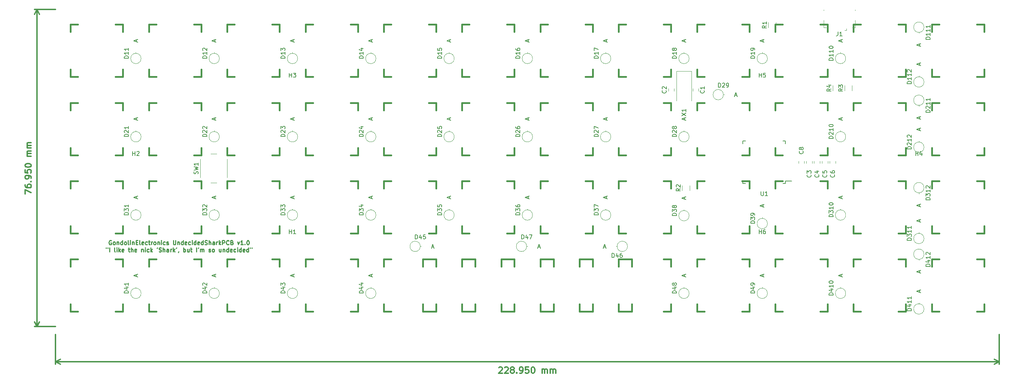
<source format=gto>
G04 #@! TF.GenerationSoftware,KiCad,Pcbnew,5.0.1*
G04 #@! TF.CreationDate,2018-11-18T19:06:30-02:00*
G04 #@! TF.ProjectId,ortho40,6F7274686F34302E6B696361645F7063,rev?*
G04 #@! TF.SameCoordinates,Original*
G04 #@! TF.FileFunction,Legend,Top*
G04 #@! TF.FilePolarity,Positive*
%FSLAX46Y46*%
G04 Gerber Fmt 4.6, Leading zero omitted, Abs format (unit mm)*
G04 Created by KiCad (PCBNEW 5.0.1) date Sun 18 Nov 2018 07:06:30 PM -02*
%MOMM*%
%LPD*%
G01*
G04 APERTURE LIST*
%ADD10C,0.300000*%
%ADD11C,0.250000*%
%ADD12C,0.381000*%
%ADD13C,0.120000*%
%ADD14C,0.150000*%
G04 APERTURE END LIST*
D10*
X26291071Y-108885714D02*
X26291071Y-107885714D01*
X27791071Y-108528571D01*
X26291071Y-106671428D02*
X26291071Y-106957142D01*
X26362500Y-107100000D01*
X26433928Y-107171428D01*
X26648214Y-107314285D01*
X26933928Y-107385714D01*
X27505357Y-107385714D01*
X27648214Y-107314285D01*
X27719642Y-107242857D01*
X27791071Y-107100000D01*
X27791071Y-106814285D01*
X27719642Y-106671428D01*
X27648214Y-106600000D01*
X27505357Y-106528571D01*
X27148214Y-106528571D01*
X27005357Y-106600000D01*
X26933928Y-106671428D01*
X26862500Y-106814285D01*
X26862500Y-107100000D01*
X26933928Y-107242857D01*
X27005357Y-107314285D01*
X27148214Y-107385714D01*
X27648214Y-105885714D02*
X27719642Y-105814285D01*
X27791071Y-105885714D01*
X27719642Y-105957142D01*
X27648214Y-105885714D01*
X27791071Y-105885714D01*
X27791071Y-105100000D02*
X27791071Y-104814285D01*
X27719642Y-104671428D01*
X27648214Y-104600000D01*
X27433928Y-104457142D01*
X27148214Y-104385714D01*
X26576785Y-104385714D01*
X26433928Y-104457142D01*
X26362500Y-104528571D01*
X26291071Y-104671428D01*
X26291071Y-104957142D01*
X26362500Y-105100000D01*
X26433928Y-105171428D01*
X26576785Y-105242857D01*
X26933928Y-105242857D01*
X27076785Y-105171428D01*
X27148214Y-105100000D01*
X27219642Y-104957142D01*
X27219642Y-104671428D01*
X27148214Y-104528571D01*
X27076785Y-104457142D01*
X26933928Y-104385714D01*
X26291071Y-103028571D02*
X26291071Y-103742857D01*
X27005357Y-103814285D01*
X26933928Y-103742857D01*
X26862500Y-103600000D01*
X26862500Y-103242857D01*
X26933928Y-103100000D01*
X27005357Y-103028571D01*
X27148214Y-102957142D01*
X27505357Y-102957142D01*
X27648214Y-103028571D01*
X27719642Y-103100000D01*
X27791071Y-103242857D01*
X27791071Y-103600000D01*
X27719642Y-103742857D01*
X27648214Y-103814285D01*
X26291071Y-102028571D02*
X26291071Y-101885714D01*
X26362500Y-101742857D01*
X26433928Y-101671428D01*
X26576785Y-101600000D01*
X26862500Y-101528571D01*
X27219642Y-101528571D01*
X27505357Y-101600000D01*
X27648214Y-101671428D01*
X27719642Y-101742857D01*
X27791071Y-101885714D01*
X27791071Y-102028571D01*
X27719642Y-102171428D01*
X27648214Y-102242857D01*
X27505357Y-102314285D01*
X27219642Y-102385714D01*
X26862500Y-102385714D01*
X26576785Y-102314285D01*
X26433928Y-102242857D01*
X26362500Y-102171428D01*
X26291071Y-102028571D01*
X27791071Y-99742857D02*
X26791071Y-99742857D01*
X26933928Y-99742857D02*
X26862500Y-99671428D01*
X26791071Y-99528571D01*
X26791071Y-99314285D01*
X26862500Y-99171428D01*
X27005357Y-99100000D01*
X27791071Y-99100000D01*
X27005357Y-99100000D02*
X26862500Y-99028571D01*
X26791071Y-98885714D01*
X26791071Y-98671428D01*
X26862500Y-98528571D01*
X27005357Y-98457142D01*
X27791071Y-98457142D01*
X27791071Y-97742857D02*
X26791071Y-97742857D01*
X26933928Y-97742857D02*
X26862500Y-97671428D01*
X26791071Y-97528571D01*
X26791071Y-97314285D01*
X26862500Y-97171428D01*
X27005357Y-97100000D01*
X27791071Y-97100000D01*
X27005357Y-97100000D02*
X26862500Y-97028571D01*
X26791071Y-96885714D01*
X26791071Y-96671428D01*
X26862500Y-96528571D01*
X27005357Y-96457142D01*
X27791071Y-96457142D01*
X29212500Y-141075000D02*
X29212500Y-64125000D01*
X33725000Y-141075000D02*
X28626079Y-141075000D01*
X33725000Y-64125000D02*
X28626079Y-64125000D01*
X29212500Y-64125000D02*
X29798921Y-65251504D01*
X29212500Y-64125000D02*
X28626079Y-65251504D01*
X29212500Y-141075000D02*
X29798921Y-139948496D01*
X29212500Y-141075000D02*
X28626079Y-139948496D01*
X141271428Y-151046428D02*
X141342857Y-150975000D01*
X141485714Y-150903571D01*
X141842857Y-150903571D01*
X141985714Y-150975000D01*
X142057142Y-151046428D01*
X142128571Y-151189285D01*
X142128571Y-151332142D01*
X142057142Y-151546428D01*
X141200000Y-152403571D01*
X142128571Y-152403571D01*
X142700000Y-151046428D02*
X142771428Y-150975000D01*
X142914285Y-150903571D01*
X143271428Y-150903571D01*
X143414285Y-150975000D01*
X143485714Y-151046428D01*
X143557142Y-151189285D01*
X143557142Y-151332142D01*
X143485714Y-151546428D01*
X142628571Y-152403571D01*
X143557142Y-152403571D01*
X144414285Y-151546428D02*
X144271428Y-151475000D01*
X144200000Y-151403571D01*
X144128571Y-151260714D01*
X144128571Y-151189285D01*
X144200000Y-151046428D01*
X144271428Y-150975000D01*
X144414285Y-150903571D01*
X144700000Y-150903571D01*
X144842857Y-150975000D01*
X144914285Y-151046428D01*
X144985714Y-151189285D01*
X144985714Y-151260714D01*
X144914285Y-151403571D01*
X144842857Y-151475000D01*
X144700000Y-151546428D01*
X144414285Y-151546428D01*
X144271428Y-151617857D01*
X144200000Y-151689285D01*
X144128571Y-151832142D01*
X144128571Y-152117857D01*
X144200000Y-152260714D01*
X144271428Y-152332142D01*
X144414285Y-152403571D01*
X144700000Y-152403571D01*
X144842857Y-152332142D01*
X144914285Y-152260714D01*
X144985714Y-152117857D01*
X144985714Y-151832142D01*
X144914285Y-151689285D01*
X144842857Y-151617857D01*
X144700000Y-151546428D01*
X145628571Y-152260714D02*
X145700000Y-152332142D01*
X145628571Y-152403571D01*
X145557142Y-152332142D01*
X145628571Y-152260714D01*
X145628571Y-152403571D01*
X146414285Y-152403571D02*
X146700000Y-152403571D01*
X146842857Y-152332142D01*
X146914285Y-152260714D01*
X147057142Y-152046428D01*
X147128571Y-151760714D01*
X147128571Y-151189285D01*
X147057142Y-151046428D01*
X146985714Y-150975000D01*
X146842857Y-150903571D01*
X146557142Y-150903571D01*
X146414285Y-150975000D01*
X146342857Y-151046428D01*
X146271428Y-151189285D01*
X146271428Y-151546428D01*
X146342857Y-151689285D01*
X146414285Y-151760714D01*
X146557142Y-151832142D01*
X146842857Y-151832142D01*
X146985714Y-151760714D01*
X147057142Y-151689285D01*
X147128571Y-151546428D01*
X148485714Y-150903571D02*
X147771428Y-150903571D01*
X147700000Y-151617857D01*
X147771428Y-151546428D01*
X147914285Y-151475000D01*
X148271428Y-151475000D01*
X148414285Y-151546428D01*
X148485714Y-151617857D01*
X148557142Y-151760714D01*
X148557142Y-152117857D01*
X148485714Y-152260714D01*
X148414285Y-152332142D01*
X148271428Y-152403571D01*
X147914285Y-152403571D01*
X147771428Y-152332142D01*
X147700000Y-152260714D01*
X149485714Y-150903571D02*
X149628571Y-150903571D01*
X149771428Y-150975000D01*
X149842857Y-151046428D01*
X149914285Y-151189285D01*
X149985714Y-151475000D01*
X149985714Y-151832142D01*
X149914285Y-152117857D01*
X149842857Y-152260714D01*
X149771428Y-152332142D01*
X149628571Y-152403571D01*
X149485714Y-152403571D01*
X149342857Y-152332142D01*
X149271428Y-152260714D01*
X149200000Y-152117857D01*
X149128571Y-151832142D01*
X149128571Y-151475000D01*
X149200000Y-151189285D01*
X149271428Y-151046428D01*
X149342857Y-150975000D01*
X149485714Y-150903571D01*
X151771428Y-152403571D02*
X151771428Y-151403571D01*
X151771428Y-151546428D02*
X151842857Y-151475000D01*
X151985714Y-151403571D01*
X152200000Y-151403571D01*
X152342857Y-151475000D01*
X152414285Y-151617857D01*
X152414285Y-152403571D01*
X152414285Y-151617857D02*
X152485714Y-151475000D01*
X152628571Y-151403571D01*
X152842857Y-151403571D01*
X152985714Y-151475000D01*
X153057142Y-151617857D01*
X153057142Y-152403571D01*
X153771428Y-152403571D02*
X153771428Y-151403571D01*
X153771428Y-151546428D02*
X153842857Y-151475000D01*
X153985714Y-151403571D01*
X154200000Y-151403571D01*
X154342857Y-151475000D01*
X154414285Y-151617857D01*
X154414285Y-152403571D01*
X154414285Y-151617857D02*
X154485714Y-151475000D01*
X154628571Y-151403571D01*
X154842857Y-151403571D01*
X154985714Y-151475000D01*
X155057142Y-151617857D01*
X155057142Y-152403571D01*
X33725000Y-149625000D02*
X262675000Y-149625000D01*
X33725000Y-142975000D02*
X33725000Y-150211421D01*
X262675000Y-142975000D02*
X262675000Y-150211421D01*
X262675000Y-149625000D02*
X261548496Y-150211421D01*
X262675000Y-149625000D02*
X261548496Y-149038579D01*
X33725000Y-149625000D02*
X34851504Y-150211421D01*
X33725000Y-149625000D02*
X34851504Y-149038579D01*
D11*
X47221428Y-120225000D02*
X47126190Y-120177380D01*
X46983333Y-120177380D01*
X46840476Y-120225000D01*
X46745238Y-120320238D01*
X46697619Y-120415476D01*
X46650000Y-120605952D01*
X46650000Y-120748809D01*
X46697619Y-120939285D01*
X46745238Y-121034523D01*
X46840476Y-121129761D01*
X46983333Y-121177380D01*
X47078571Y-121177380D01*
X47221428Y-121129761D01*
X47269047Y-121082142D01*
X47269047Y-120748809D01*
X47078571Y-120748809D01*
X47840476Y-121177380D02*
X47745238Y-121129761D01*
X47697619Y-121082142D01*
X47650000Y-120986904D01*
X47650000Y-120701190D01*
X47697619Y-120605952D01*
X47745238Y-120558333D01*
X47840476Y-120510714D01*
X47983333Y-120510714D01*
X48078571Y-120558333D01*
X48126190Y-120605952D01*
X48173809Y-120701190D01*
X48173809Y-120986904D01*
X48126190Y-121082142D01*
X48078571Y-121129761D01*
X47983333Y-121177380D01*
X47840476Y-121177380D01*
X48602380Y-120510714D02*
X48602380Y-121177380D01*
X48602380Y-120605952D02*
X48650000Y-120558333D01*
X48745238Y-120510714D01*
X48888095Y-120510714D01*
X48983333Y-120558333D01*
X49030952Y-120653571D01*
X49030952Y-121177380D01*
X49935714Y-121177380D02*
X49935714Y-120177380D01*
X49935714Y-121129761D02*
X49840476Y-121177380D01*
X49650000Y-121177380D01*
X49554761Y-121129761D01*
X49507142Y-121082142D01*
X49459523Y-120986904D01*
X49459523Y-120701190D01*
X49507142Y-120605952D01*
X49554761Y-120558333D01*
X49650000Y-120510714D01*
X49840476Y-120510714D01*
X49935714Y-120558333D01*
X50554761Y-121177380D02*
X50459523Y-121129761D01*
X50411904Y-121082142D01*
X50364285Y-120986904D01*
X50364285Y-120701190D01*
X50411904Y-120605952D01*
X50459523Y-120558333D01*
X50554761Y-120510714D01*
X50697619Y-120510714D01*
X50792857Y-120558333D01*
X50840476Y-120605952D01*
X50888095Y-120701190D01*
X50888095Y-120986904D01*
X50840476Y-121082142D01*
X50792857Y-121129761D01*
X50697619Y-121177380D01*
X50554761Y-121177380D01*
X51459523Y-121177380D02*
X51364285Y-121129761D01*
X51316666Y-121034523D01*
X51316666Y-120177380D01*
X51840476Y-121177380D02*
X51840476Y-120510714D01*
X51840476Y-120177380D02*
X51792857Y-120225000D01*
X51840476Y-120272619D01*
X51888095Y-120225000D01*
X51840476Y-120177380D01*
X51840476Y-120272619D01*
X52316666Y-120510714D02*
X52316666Y-121177380D01*
X52316666Y-120605952D02*
X52364285Y-120558333D01*
X52459523Y-120510714D01*
X52602380Y-120510714D01*
X52697619Y-120558333D01*
X52745238Y-120653571D01*
X52745238Y-121177380D01*
X53221428Y-120653571D02*
X53554761Y-120653571D01*
X53697619Y-121177380D02*
X53221428Y-121177380D01*
X53221428Y-120177380D01*
X53697619Y-120177380D01*
X54269047Y-121177380D02*
X54173809Y-121129761D01*
X54126190Y-121034523D01*
X54126190Y-120177380D01*
X55030952Y-121129761D02*
X54935714Y-121177380D01*
X54745238Y-121177380D01*
X54649999Y-121129761D01*
X54602380Y-121034523D01*
X54602380Y-120653571D01*
X54649999Y-120558333D01*
X54745238Y-120510714D01*
X54935714Y-120510714D01*
X55030952Y-120558333D01*
X55078571Y-120653571D01*
X55078571Y-120748809D01*
X54602380Y-120844047D01*
X55935714Y-121129761D02*
X55840476Y-121177380D01*
X55649999Y-121177380D01*
X55554761Y-121129761D01*
X55507142Y-121082142D01*
X55459523Y-120986904D01*
X55459523Y-120701190D01*
X55507142Y-120605952D01*
X55554761Y-120558333D01*
X55649999Y-120510714D01*
X55840476Y-120510714D01*
X55935714Y-120558333D01*
X56221428Y-120510714D02*
X56602380Y-120510714D01*
X56364285Y-120177380D02*
X56364285Y-121034523D01*
X56411904Y-121129761D01*
X56507142Y-121177380D01*
X56602380Y-121177380D01*
X56935714Y-121177380D02*
X56935714Y-120510714D01*
X56935714Y-120701190D02*
X56983333Y-120605952D01*
X57030952Y-120558333D01*
X57126190Y-120510714D01*
X57221428Y-120510714D01*
X57697619Y-121177380D02*
X57602380Y-121129761D01*
X57554761Y-121082142D01*
X57507142Y-120986904D01*
X57507142Y-120701190D01*
X57554761Y-120605952D01*
X57602380Y-120558333D01*
X57697619Y-120510714D01*
X57840476Y-120510714D01*
X57935714Y-120558333D01*
X57983333Y-120605952D01*
X58030952Y-120701190D01*
X58030952Y-120986904D01*
X57983333Y-121082142D01*
X57935714Y-121129761D01*
X57840476Y-121177380D01*
X57697619Y-121177380D01*
X58459523Y-120510714D02*
X58459523Y-121177380D01*
X58459523Y-120605952D02*
X58507142Y-120558333D01*
X58602380Y-120510714D01*
X58745238Y-120510714D01*
X58840476Y-120558333D01*
X58888095Y-120653571D01*
X58888095Y-121177380D01*
X59364285Y-121177380D02*
X59364285Y-120510714D01*
X59364285Y-120177380D02*
X59316666Y-120225000D01*
X59364285Y-120272619D01*
X59411904Y-120225000D01*
X59364285Y-120177380D01*
X59364285Y-120272619D01*
X60269047Y-121129761D02*
X60173809Y-121177380D01*
X59983333Y-121177380D01*
X59888095Y-121129761D01*
X59840476Y-121082142D01*
X59792857Y-120986904D01*
X59792857Y-120701190D01*
X59840476Y-120605952D01*
X59888095Y-120558333D01*
X59983333Y-120510714D01*
X60173809Y-120510714D01*
X60269047Y-120558333D01*
X60649999Y-121129761D02*
X60745238Y-121177380D01*
X60935714Y-121177380D01*
X61030952Y-121129761D01*
X61078571Y-121034523D01*
X61078571Y-120986904D01*
X61030952Y-120891666D01*
X60935714Y-120844047D01*
X60792857Y-120844047D01*
X60697619Y-120796428D01*
X60649999Y-120701190D01*
X60649999Y-120653571D01*
X60697619Y-120558333D01*
X60792857Y-120510714D01*
X60935714Y-120510714D01*
X61030952Y-120558333D01*
X62269047Y-120177380D02*
X62269047Y-120986904D01*
X62316666Y-121082142D01*
X62364285Y-121129761D01*
X62459523Y-121177380D01*
X62649999Y-121177380D01*
X62745238Y-121129761D01*
X62792857Y-121082142D01*
X62840476Y-120986904D01*
X62840476Y-120177380D01*
X63316666Y-120510714D02*
X63316666Y-121177380D01*
X63316666Y-120605952D02*
X63364285Y-120558333D01*
X63459523Y-120510714D01*
X63602380Y-120510714D01*
X63697619Y-120558333D01*
X63745238Y-120653571D01*
X63745238Y-121177380D01*
X64649999Y-121177380D02*
X64649999Y-120177380D01*
X64649999Y-121129761D02*
X64554761Y-121177380D01*
X64364285Y-121177380D01*
X64269047Y-121129761D01*
X64221428Y-121082142D01*
X64173809Y-120986904D01*
X64173809Y-120701190D01*
X64221428Y-120605952D01*
X64269047Y-120558333D01*
X64364285Y-120510714D01*
X64554761Y-120510714D01*
X64649999Y-120558333D01*
X65507142Y-121129761D02*
X65411904Y-121177380D01*
X65221428Y-121177380D01*
X65126190Y-121129761D01*
X65078571Y-121034523D01*
X65078571Y-120653571D01*
X65126190Y-120558333D01*
X65221428Y-120510714D01*
X65411904Y-120510714D01*
X65507142Y-120558333D01*
X65554761Y-120653571D01*
X65554761Y-120748809D01*
X65078571Y-120844047D01*
X66411904Y-121129761D02*
X66316666Y-121177380D01*
X66126190Y-121177380D01*
X66030952Y-121129761D01*
X65983333Y-121082142D01*
X65935714Y-120986904D01*
X65935714Y-120701190D01*
X65983333Y-120605952D01*
X66030952Y-120558333D01*
X66126190Y-120510714D01*
X66316666Y-120510714D01*
X66411904Y-120558333D01*
X66840476Y-121177380D02*
X66840476Y-120510714D01*
X66840476Y-120177380D02*
X66792857Y-120225000D01*
X66840476Y-120272619D01*
X66888095Y-120225000D01*
X66840476Y-120177380D01*
X66840476Y-120272619D01*
X67745238Y-121177380D02*
X67745238Y-120177380D01*
X67745238Y-121129761D02*
X67650000Y-121177380D01*
X67459523Y-121177380D01*
X67364285Y-121129761D01*
X67316666Y-121082142D01*
X67269047Y-120986904D01*
X67269047Y-120701190D01*
X67316666Y-120605952D01*
X67364285Y-120558333D01*
X67459523Y-120510714D01*
X67650000Y-120510714D01*
X67745238Y-120558333D01*
X68602380Y-121129761D02*
X68507142Y-121177380D01*
X68316666Y-121177380D01*
X68221428Y-121129761D01*
X68173809Y-121034523D01*
X68173809Y-120653571D01*
X68221428Y-120558333D01*
X68316666Y-120510714D01*
X68507142Y-120510714D01*
X68602380Y-120558333D01*
X68650000Y-120653571D01*
X68650000Y-120748809D01*
X68173809Y-120844047D01*
X69507142Y-121177380D02*
X69507142Y-120177380D01*
X69507142Y-121129761D02*
X69411904Y-121177380D01*
X69221428Y-121177380D01*
X69126190Y-121129761D01*
X69078571Y-121082142D01*
X69030952Y-120986904D01*
X69030952Y-120701190D01*
X69078571Y-120605952D01*
X69126190Y-120558333D01*
X69221428Y-120510714D01*
X69411904Y-120510714D01*
X69507142Y-120558333D01*
X69935714Y-121129761D02*
X70078571Y-121177380D01*
X70316666Y-121177380D01*
X70411904Y-121129761D01*
X70459523Y-121082142D01*
X70507142Y-120986904D01*
X70507142Y-120891666D01*
X70459523Y-120796428D01*
X70411904Y-120748809D01*
X70316666Y-120701190D01*
X70126190Y-120653571D01*
X70030952Y-120605952D01*
X69983333Y-120558333D01*
X69935714Y-120463095D01*
X69935714Y-120367857D01*
X69983333Y-120272619D01*
X70030952Y-120225000D01*
X70126190Y-120177380D01*
X70364285Y-120177380D01*
X70507142Y-120225000D01*
X70935714Y-121177380D02*
X70935714Y-120177380D01*
X71364285Y-121177380D02*
X71364285Y-120653571D01*
X71316666Y-120558333D01*
X71221428Y-120510714D01*
X71078571Y-120510714D01*
X70983333Y-120558333D01*
X70935714Y-120605952D01*
X72269047Y-121177380D02*
X72269047Y-120653571D01*
X72221428Y-120558333D01*
X72126190Y-120510714D01*
X71935714Y-120510714D01*
X71840476Y-120558333D01*
X72269047Y-121129761D02*
X72173809Y-121177380D01*
X71935714Y-121177380D01*
X71840476Y-121129761D01*
X71792857Y-121034523D01*
X71792857Y-120939285D01*
X71840476Y-120844047D01*
X71935714Y-120796428D01*
X72173809Y-120796428D01*
X72269047Y-120748809D01*
X72745238Y-121177380D02*
X72745238Y-120510714D01*
X72745238Y-120701190D02*
X72792857Y-120605952D01*
X72840476Y-120558333D01*
X72935714Y-120510714D01*
X73030952Y-120510714D01*
X73364285Y-121177380D02*
X73364285Y-120177380D01*
X73459523Y-120796428D02*
X73745238Y-121177380D01*
X73745238Y-120510714D02*
X73364285Y-120891666D01*
X74173809Y-121177380D02*
X74173809Y-120177380D01*
X74554761Y-120177380D01*
X74649999Y-120225000D01*
X74697619Y-120272619D01*
X74745238Y-120367857D01*
X74745238Y-120510714D01*
X74697619Y-120605952D01*
X74649999Y-120653571D01*
X74554761Y-120701190D01*
X74173809Y-120701190D01*
X75745238Y-121082142D02*
X75697619Y-121129761D01*
X75554761Y-121177380D01*
X75459523Y-121177380D01*
X75316666Y-121129761D01*
X75221428Y-121034523D01*
X75173809Y-120939285D01*
X75126190Y-120748809D01*
X75126190Y-120605952D01*
X75173809Y-120415476D01*
X75221428Y-120320238D01*
X75316666Y-120225000D01*
X75459523Y-120177380D01*
X75554761Y-120177380D01*
X75697619Y-120225000D01*
X75745238Y-120272619D01*
X76507142Y-120653571D02*
X76649999Y-120701190D01*
X76697619Y-120748809D01*
X76745238Y-120844047D01*
X76745238Y-120986904D01*
X76697619Y-121082142D01*
X76649999Y-121129761D01*
X76554761Y-121177380D01*
X76173809Y-121177380D01*
X76173809Y-120177380D01*
X76507142Y-120177380D01*
X76602380Y-120225000D01*
X76649999Y-120272619D01*
X76697619Y-120367857D01*
X76697619Y-120463095D01*
X76649999Y-120558333D01*
X76602380Y-120605952D01*
X76507142Y-120653571D01*
X76173809Y-120653571D01*
X77840476Y-120510714D02*
X78078571Y-121177380D01*
X78316666Y-120510714D01*
X79221428Y-121177380D02*
X78649999Y-121177380D01*
X78935714Y-121177380D02*
X78935714Y-120177380D01*
X78840476Y-120320238D01*
X78745238Y-120415476D01*
X78649999Y-120463095D01*
X79649999Y-121082142D02*
X79697619Y-121129761D01*
X79649999Y-121177380D01*
X79602380Y-121129761D01*
X79649999Y-121082142D01*
X79649999Y-121177380D01*
X80316666Y-120177380D02*
X80411904Y-120177380D01*
X80507142Y-120225000D01*
X80554761Y-120272619D01*
X80602380Y-120367857D01*
X80649999Y-120558333D01*
X80649999Y-120796428D01*
X80602380Y-120986904D01*
X80554761Y-121082142D01*
X80507142Y-121129761D01*
X80411904Y-121177380D01*
X80316666Y-121177380D01*
X80221428Y-121129761D01*
X80173809Y-121082142D01*
X80126190Y-120986904D01*
X80078571Y-120796428D01*
X80078571Y-120558333D01*
X80126190Y-120367857D01*
X80173809Y-120272619D01*
X80221428Y-120225000D01*
X80316666Y-120177380D01*
X45983333Y-121927380D02*
X45983333Y-122117857D01*
X46364285Y-121927380D02*
X46364285Y-122117857D01*
X46792857Y-122927380D02*
X46792857Y-121927380D01*
X48173809Y-122927380D02*
X48078571Y-122879761D01*
X48030952Y-122784523D01*
X48030952Y-121927380D01*
X48554761Y-122927380D02*
X48554761Y-122260714D01*
X48554761Y-121927380D02*
X48507142Y-121975000D01*
X48554761Y-122022619D01*
X48602380Y-121975000D01*
X48554761Y-121927380D01*
X48554761Y-122022619D01*
X49030952Y-122927380D02*
X49030952Y-121927380D01*
X49126190Y-122546428D02*
X49411904Y-122927380D01*
X49411904Y-122260714D02*
X49030952Y-122641666D01*
X50221428Y-122879761D02*
X50126190Y-122927380D01*
X49935714Y-122927380D01*
X49840476Y-122879761D01*
X49792857Y-122784523D01*
X49792857Y-122403571D01*
X49840476Y-122308333D01*
X49935714Y-122260714D01*
X50126190Y-122260714D01*
X50221428Y-122308333D01*
X50269047Y-122403571D01*
X50269047Y-122498809D01*
X49792857Y-122594047D01*
X51316666Y-122260714D02*
X51697619Y-122260714D01*
X51459523Y-121927380D02*
X51459523Y-122784523D01*
X51507142Y-122879761D01*
X51602380Y-122927380D01*
X51697619Y-122927380D01*
X52030952Y-122927380D02*
X52030952Y-121927380D01*
X52459523Y-122927380D02*
X52459523Y-122403571D01*
X52411904Y-122308333D01*
X52316666Y-122260714D01*
X52173809Y-122260714D01*
X52078571Y-122308333D01*
X52030952Y-122355952D01*
X53316666Y-122879761D02*
X53221428Y-122927380D01*
X53030952Y-122927380D01*
X52935714Y-122879761D01*
X52888095Y-122784523D01*
X52888095Y-122403571D01*
X52935714Y-122308333D01*
X53030952Y-122260714D01*
X53221428Y-122260714D01*
X53316666Y-122308333D01*
X53364285Y-122403571D01*
X53364285Y-122498809D01*
X52888095Y-122594047D01*
X54554761Y-122260714D02*
X54554761Y-122927380D01*
X54554761Y-122355952D02*
X54602380Y-122308333D01*
X54697619Y-122260714D01*
X54840476Y-122260714D01*
X54935714Y-122308333D01*
X54983333Y-122403571D01*
X54983333Y-122927380D01*
X55459523Y-122927380D02*
X55459523Y-122260714D01*
X55459523Y-121927380D02*
X55411904Y-121975000D01*
X55459523Y-122022619D01*
X55507142Y-121975000D01*
X55459523Y-121927380D01*
X55459523Y-122022619D01*
X56364285Y-122879761D02*
X56269047Y-122927380D01*
X56078571Y-122927380D01*
X55983333Y-122879761D01*
X55935714Y-122832142D01*
X55888095Y-122736904D01*
X55888095Y-122451190D01*
X55935714Y-122355952D01*
X55983333Y-122308333D01*
X56078571Y-122260714D01*
X56269047Y-122260714D01*
X56364285Y-122308333D01*
X56792857Y-122927380D02*
X56792857Y-121927380D01*
X56888095Y-122546428D02*
X57173809Y-122927380D01*
X57173809Y-122260714D02*
X56792857Y-122641666D01*
X58411904Y-121927380D02*
X58316666Y-122117857D01*
X58792857Y-122879761D02*
X58935714Y-122927380D01*
X59173809Y-122927380D01*
X59269047Y-122879761D01*
X59316666Y-122832142D01*
X59364285Y-122736904D01*
X59364285Y-122641666D01*
X59316666Y-122546428D01*
X59269047Y-122498809D01*
X59173809Y-122451190D01*
X58983333Y-122403571D01*
X58888095Y-122355952D01*
X58840476Y-122308333D01*
X58792857Y-122213095D01*
X58792857Y-122117857D01*
X58840476Y-122022619D01*
X58888095Y-121975000D01*
X58983333Y-121927380D01*
X59221428Y-121927380D01*
X59364285Y-121975000D01*
X59792857Y-122927380D02*
X59792857Y-121927380D01*
X60221428Y-122927380D02*
X60221428Y-122403571D01*
X60173809Y-122308333D01*
X60078571Y-122260714D01*
X59935714Y-122260714D01*
X59840476Y-122308333D01*
X59792857Y-122355952D01*
X61126190Y-122927380D02*
X61126190Y-122403571D01*
X61078571Y-122308333D01*
X60983333Y-122260714D01*
X60792857Y-122260714D01*
X60697619Y-122308333D01*
X61126190Y-122879761D02*
X61030952Y-122927380D01*
X60792857Y-122927380D01*
X60697619Y-122879761D01*
X60650000Y-122784523D01*
X60650000Y-122689285D01*
X60697619Y-122594047D01*
X60792857Y-122546428D01*
X61030952Y-122546428D01*
X61126190Y-122498809D01*
X61602380Y-122927380D02*
X61602380Y-122260714D01*
X61602380Y-122451190D02*
X61650000Y-122355952D01*
X61697619Y-122308333D01*
X61792857Y-122260714D01*
X61888095Y-122260714D01*
X62221428Y-122927380D02*
X62221428Y-121927380D01*
X62316666Y-122546428D02*
X62602380Y-122927380D01*
X62602380Y-122260714D02*
X62221428Y-122641666D01*
X63078571Y-121927380D02*
X62983333Y-122117857D01*
X63554761Y-122879761D02*
X63554761Y-122927380D01*
X63507142Y-123022619D01*
X63459523Y-123070238D01*
X64745238Y-122927380D02*
X64745238Y-121927380D01*
X64745238Y-122308333D02*
X64840476Y-122260714D01*
X65030952Y-122260714D01*
X65126190Y-122308333D01*
X65173809Y-122355952D01*
X65221428Y-122451190D01*
X65221428Y-122736904D01*
X65173809Y-122832142D01*
X65126190Y-122879761D01*
X65030952Y-122927380D01*
X64840476Y-122927380D01*
X64745238Y-122879761D01*
X66078571Y-122260714D02*
X66078571Y-122927380D01*
X65650000Y-122260714D02*
X65650000Y-122784523D01*
X65697619Y-122879761D01*
X65792857Y-122927380D01*
X65935714Y-122927380D01*
X66030952Y-122879761D01*
X66078571Y-122832142D01*
X66411904Y-122260714D02*
X66792857Y-122260714D01*
X66554761Y-121927380D02*
X66554761Y-122784523D01*
X66602380Y-122879761D01*
X66697619Y-122927380D01*
X66792857Y-122927380D01*
X67888095Y-122927380D02*
X67888095Y-121927380D01*
X68411904Y-121927380D02*
X68316666Y-122117857D01*
X68840476Y-122927380D02*
X68840476Y-122260714D01*
X68840476Y-122355952D02*
X68888095Y-122308333D01*
X68983333Y-122260714D01*
X69126190Y-122260714D01*
X69221428Y-122308333D01*
X69269047Y-122403571D01*
X69269047Y-122927380D01*
X69269047Y-122403571D02*
X69316666Y-122308333D01*
X69411904Y-122260714D01*
X69554761Y-122260714D01*
X69650000Y-122308333D01*
X69697619Y-122403571D01*
X69697619Y-122927380D01*
X70888095Y-122879761D02*
X70983333Y-122927380D01*
X71173809Y-122927380D01*
X71269047Y-122879761D01*
X71316666Y-122784523D01*
X71316666Y-122736904D01*
X71269047Y-122641666D01*
X71173809Y-122594047D01*
X71030952Y-122594047D01*
X70935714Y-122546428D01*
X70888095Y-122451190D01*
X70888095Y-122403571D01*
X70935714Y-122308333D01*
X71030952Y-122260714D01*
X71173809Y-122260714D01*
X71269047Y-122308333D01*
X71888095Y-122927380D02*
X71792857Y-122879761D01*
X71745238Y-122832142D01*
X71697619Y-122736904D01*
X71697619Y-122451190D01*
X71745238Y-122355952D01*
X71792857Y-122308333D01*
X71888095Y-122260714D01*
X72030952Y-122260714D01*
X72126190Y-122308333D01*
X72173809Y-122355952D01*
X72221428Y-122451190D01*
X72221428Y-122736904D01*
X72173809Y-122832142D01*
X72126190Y-122879761D01*
X72030952Y-122927380D01*
X71888095Y-122927380D01*
X73840476Y-122260714D02*
X73840476Y-122927380D01*
X73411904Y-122260714D02*
X73411904Y-122784523D01*
X73459523Y-122879761D01*
X73554761Y-122927380D01*
X73697619Y-122927380D01*
X73792857Y-122879761D01*
X73840476Y-122832142D01*
X74316666Y-122260714D02*
X74316666Y-122927380D01*
X74316666Y-122355952D02*
X74364285Y-122308333D01*
X74459523Y-122260714D01*
X74602380Y-122260714D01*
X74697619Y-122308333D01*
X74745238Y-122403571D01*
X74745238Y-122927380D01*
X75650000Y-122927380D02*
X75650000Y-121927380D01*
X75650000Y-122879761D02*
X75554761Y-122927380D01*
X75364285Y-122927380D01*
X75269047Y-122879761D01*
X75221428Y-122832142D01*
X75173809Y-122736904D01*
X75173809Y-122451190D01*
X75221428Y-122355952D01*
X75269047Y-122308333D01*
X75364285Y-122260714D01*
X75554761Y-122260714D01*
X75650000Y-122308333D01*
X76507142Y-122879761D02*
X76411904Y-122927380D01*
X76221428Y-122927380D01*
X76126190Y-122879761D01*
X76078571Y-122784523D01*
X76078571Y-122403571D01*
X76126190Y-122308333D01*
X76221428Y-122260714D01*
X76411904Y-122260714D01*
X76507142Y-122308333D01*
X76554761Y-122403571D01*
X76554761Y-122498809D01*
X76078571Y-122594047D01*
X77411904Y-122879761D02*
X77316666Y-122927380D01*
X77126190Y-122927380D01*
X77030952Y-122879761D01*
X76983333Y-122832142D01*
X76935714Y-122736904D01*
X76935714Y-122451190D01*
X76983333Y-122355952D01*
X77030952Y-122308333D01*
X77126190Y-122260714D01*
X77316666Y-122260714D01*
X77411904Y-122308333D01*
X77840476Y-122927380D02*
X77840476Y-122260714D01*
X77840476Y-121927380D02*
X77792857Y-121975000D01*
X77840476Y-122022619D01*
X77888095Y-121975000D01*
X77840476Y-121927380D01*
X77840476Y-122022619D01*
X78745238Y-122927380D02*
X78745238Y-121927380D01*
X78745238Y-122879761D02*
X78650000Y-122927380D01*
X78459523Y-122927380D01*
X78364285Y-122879761D01*
X78316666Y-122832142D01*
X78269047Y-122736904D01*
X78269047Y-122451190D01*
X78316666Y-122355952D01*
X78364285Y-122308333D01*
X78459523Y-122260714D01*
X78650000Y-122260714D01*
X78745238Y-122308333D01*
X79602380Y-122879761D02*
X79507142Y-122927380D01*
X79316666Y-122927380D01*
X79221428Y-122879761D01*
X79173809Y-122784523D01*
X79173809Y-122403571D01*
X79221428Y-122308333D01*
X79316666Y-122260714D01*
X79507142Y-122260714D01*
X79602380Y-122308333D01*
X79650000Y-122403571D01*
X79650000Y-122498809D01*
X79173809Y-122594047D01*
X80507142Y-122927380D02*
X80507142Y-121927380D01*
X80507142Y-122879761D02*
X80411904Y-122927380D01*
X80221428Y-122927380D01*
X80126190Y-122879761D01*
X80078571Y-122832142D01*
X80030952Y-122736904D01*
X80030952Y-122451190D01*
X80078571Y-122355952D01*
X80126190Y-122308333D01*
X80221428Y-122260714D01*
X80411904Y-122260714D01*
X80507142Y-122308333D01*
X80935714Y-121927380D02*
X80935714Y-122117857D01*
X81316666Y-121927380D02*
X81316666Y-122117857D01*
D12*
G04 #@! TO.C,K47*
X151350000Y-124750000D02*
X153128000Y-124750000D01*
X162272000Y-124750000D02*
X164050000Y-124750000D01*
X164050000Y-124750000D02*
X164050000Y-126528000D01*
X164050000Y-135672000D02*
X164050000Y-137450000D01*
X164050000Y-137450000D02*
X162272000Y-137450000D01*
X153128000Y-137450000D02*
X151350000Y-137450000D01*
X151350000Y-137450000D02*
X151350000Y-135672000D01*
X151350000Y-126528000D02*
X151350000Y-124750000D01*
G04 #@! TO.C,K310*
X208350000Y-105750000D02*
X210128000Y-105750000D01*
X219272000Y-105750000D02*
X221050000Y-105750000D01*
X221050000Y-105750000D02*
X221050000Y-107528000D01*
X221050000Y-116672000D02*
X221050000Y-118450000D01*
X221050000Y-118450000D02*
X219272000Y-118450000D01*
X210128000Y-118450000D02*
X208350000Y-118450000D01*
X208350000Y-118450000D02*
X208350000Y-116672000D01*
X208350000Y-107528000D02*
X208350000Y-105750000D01*
G04 #@! TO.C,K29*
X189350000Y-88528000D02*
X189350000Y-86750000D01*
X189350000Y-99450000D02*
X189350000Y-97672000D01*
X191128000Y-99450000D02*
X189350000Y-99450000D01*
X202050000Y-99450000D02*
X200272000Y-99450000D01*
X202050000Y-97672000D02*
X202050000Y-99450000D01*
X202050000Y-86750000D02*
X202050000Y-88528000D01*
X200272000Y-86750000D02*
X202050000Y-86750000D01*
X189350000Y-86750000D02*
X191128000Y-86750000D01*
G04 #@! TO.C,K210*
X208350000Y-88528000D02*
X208350000Y-86750000D01*
X208350000Y-99450000D02*
X208350000Y-97672000D01*
X210128000Y-99450000D02*
X208350000Y-99450000D01*
X221050000Y-99450000D02*
X219272000Y-99450000D01*
X221050000Y-97672000D02*
X221050000Y-99450000D01*
X221050000Y-86750000D02*
X221050000Y-88528000D01*
X219272000Y-86750000D02*
X221050000Y-86750000D01*
X208350000Y-86750000D02*
X210128000Y-86750000D01*
G04 #@! TO.C,K112*
X246350000Y-69528000D02*
X246350000Y-67750000D01*
X246350000Y-80450000D02*
X246350000Y-78672000D01*
X248128000Y-80450000D02*
X246350000Y-80450000D01*
X259050000Y-80450000D02*
X257272000Y-80450000D01*
X259050000Y-78672000D02*
X259050000Y-80450000D01*
X259050000Y-67750000D02*
X259050000Y-69528000D01*
X257272000Y-67750000D02*
X259050000Y-67750000D01*
X246350000Y-67750000D02*
X248128000Y-67750000D01*
D13*
G04 #@! TO.C,D26*
X149455660Y-95000000D02*
G75*
G03X149455660Y-95000000I-1255660J0D01*
G01*
X148200000Y-93744340D02*
X148200000Y-93510000D01*
D12*
G04 #@! TO.C,K26*
X132350000Y-86750000D02*
X134128000Y-86750000D01*
X143272000Y-86750000D02*
X145050000Y-86750000D01*
X145050000Y-86750000D02*
X145050000Y-88528000D01*
X145050000Y-97672000D02*
X145050000Y-99450000D01*
X145050000Y-99450000D02*
X143272000Y-99450000D01*
X134128000Y-99450000D02*
X132350000Y-99450000D01*
X132350000Y-99450000D02*
X132350000Y-97672000D01*
X132350000Y-88528000D02*
X132350000Y-86750000D01*
G04 #@! TO.C,K27*
X151350000Y-86750000D02*
X153128000Y-86750000D01*
X162272000Y-86750000D02*
X164050000Y-86750000D01*
X164050000Y-86750000D02*
X164050000Y-88528000D01*
X164050000Y-97672000D02*
X164050000Y-99450000D01*
X164050000Y-99450000D02*
X162272000Y-99450000D01*
X153128000Y-99450000D02*
X151350000Y-99450000D01*
X151350000Y-99450000D02*
X151350000Y-97672000D01*
X151350000Y-88528000D02*
X151350000Y-86750000D01*
G04 #@! TO.C,K13*
X75350000Y-67750000D02*
X77128000Y-67750000D01*
X86272000Y-67750000D02*
X88050000Y-67750000D01*
X88050000Y-67750000D02*
X88050000Y-69528000D01*
X88050000Y-78672000D02*
X88050000Y-80450000D01*
X88050000Y-80450000D02*
X86272000Y-80450000D01*
X77128000Y-80450000D02*
X75350000Y-80450000D01*
X75350000Y-80450000D02*
X75350000Y-78672000D01*
X75350000Y-69528000D02*
X75350000Y-67750000D01*
G04 #@! TO.C,K39*
X189350000Y-105750000D02*
X191128000Y-105750000D01*
X200272000Y-105750000D02*
X202050000Y-105750000D01*
X202050000Y-105750000D02*
X202050000Y-107528000D01*
X202050000Y-116672000D02*
X202050000Y-118450000D01*
X202050000Y-118450000D02*
X200272000Y-118450000D01*
X191128000Y-118450000D02*
X189350000Y-118450000D01*
X189350000Y-118450000D02*
X189350000Y-116672000D01*
X189350000Y-107528000D02*
X189350000Y-105750000D01*
D14*
G04 #@! TO.C,U1*
X210850000Y-106350000D02*
X210850000Y-105750000D01*
X200500000Y-106350000D02*
X200499999Y-105680000D01*
X200500000Y-96000000D02*
X200499999Y-96670000D01*
X210850000Y-96000000D02*
X210850001Y-96670000D01*
X210850000Y-106350000D02*
X210180000Y-106350001D01*
X210850000Y-96000000D02*
X210180000Y-95999999D01*
X200500000Y-96000000D02*
X201170000Y-95999999D01*
X200500000Y-106350000D02*
X201170000Y-106350001D01*
X210850000Y-105750000D02*
X212325001Y-105750000D01*
D12*
G04 #@! TO.C,K22*
X56350000Y-86750000D02*
X58128000Y-86750000D01*
X67272000Y-86750000D02*
X69050000Y-86750000D01*
X69050000Y-86750000D02*
X69050000Y-88528000D01*
X69050000Y-97672000D02*
X69050000Y-99450000D01*
X69050000Y-99450000D02*
X67272000Y-99450000D01*
X58128000Y-99450000D02*
X56350000Y-99450000D01*
X56350000Y-99450000D02*
X56350000Y-97672000D01*
X56350000Y-88528000D02*
X56350000Y-86750000D01*
D13*
G04 #@! TO.C,C1*
X189760000Y-83338748D02*
X189760000Y-83861252D01*
X188340000Y-83338748D02*
X188340000Y-83861252D01*
G04 #@! TO.C,C2*
X183822500Y-83861252D02*
X183822500Y-83338748D01*
X182402500Y-83861252D02*
X182402500Y-83338748D01*
G04 #@! TO.C,C3*
X215890000Y-101436252D02*
X215890000Y-100913748D01*
X217310000Y-101436252D02*
X217310000Y-100913748D01*
G04 #@! TO.C,C4*
X219210000Y-101436252D02*
X219210000Y-100913748D01*
X217790000Y-101436252D02*
X217790000Y-100913748D01*
G04 #@! TO.C,C5*
X221590000Y-101436252D02*
X221590000Y-100913748D01*
X223010000Y-101436252D02*
X223010000Y-100913748D01*
G04 #@! TO.C,C6*
X221110000Y-101436252D02*
X221110000Y-100913748D01*
X219690000Y-101436252D02*
X219690000Y-100913748D01*
G04 #@! TO.C,C8*
X215410000Y-100913748D02*
X215410000Y-101436252D01*
X213990000Y-100913748D02*
X213990000Y-101436252D01*
G04 #@! TO.C,J1*
X227710000Y-68460000D02*
X227050000Y-68460000D01*
X227710000Y-66730000D02*
X227710000Y-68460000D01*
X220090000Y-64160000D02*
X220090000Y-64370000D01*
X227710000Y-64160000D02*
X227710000Y-64370000D01*
X220090000Y-66730000D02*
X220090000Y-68460000D01*
X220090000Y-68460000D02*
X220740000Y-68460000D01*
X225660000Y-69160000D02*
X225210000Y-69160000D01*
X225660000Y-69160000D02*
X225660000Y-68770000D01*
D12*
G04 #@! TO.C,K11*
X37350000Y-67750000D02*
X39128000Y-67750000D01*
X48272000Y-67750000D02*
X50050000Y-67750000D01*
X50050000Y-67750000D02*
X50050000Y-69528000D01*
X50050000Y-78672000D02*
X50050000Y-80450000D01*
X50050000Y-80450000D02*
X48272000Y-80450000D01*
X39128000Y-80450000D02*
X37350000Y-80450000D01*
X37350000Y-80450000D02*
X37350000Y-78672000D01*
X37350000Y-69528000D02*
X37350000Y-67750000D01*
G04 #@! TO.C,K12*
X56350000Y-67750000D02*
X58128000Y-67750000D01*
X67272000Y-67750000D02*
X69050000Y-67750000D01*
X69050000Y-67750000D02*
X69050000Y-69528000D01*
X69050000Y-78672000D02*
X69050000Y-80450000D01*
X69050000Y-80450000D02*
X67272000Y-80450000D01*
X58128000Y-80450000D02*
X56350000Y-80450000D01*
X56350000Y-80450000D02*
X56350000Y-78672000D01*
X56350000Y-69528000D02*
X56350000Y-67750000D01*
G04 #@! TO.C,K14*
X94350000Y-67750000D02*
X96128000Y-67750000D01*
X105272000Y-67750000D02*
X107050000Y-67750000D01*
X107050000Y-67750000D02*
X107050000Y-69528000D01*
X107050000Y-78672000D02*
X107050000Y-80450000D01*
X107050000Y-80450000D02*
X105272000Y-80450000D01*
X96128000Y-80450000D02*
X94350000Y-80450000D01*
X94350000Y-80450000D02*
X94350000Y-78672000D01*
X94350000Y-69528000D02*
X94350000Y-67750000D01*
G04 #@! TO.C,K15*
X113350000Y-67750000D02*
X115128000Y-67750000D01*
X124272000Y-67750000D02*
X126050000Y-67750000D01*
X126050000Y-67750000D02*
X126050000Y-69528000D01*
X126050000Y-78672000D02*
X126050000Y-80450000D01*
X126050000Y-80450000D02*
X124272000Y-80450000D01*
X115128000Y-80450000D02*
X113350000Y-80450000D01*
X113350000Y-80450000D02*
X113350000Y-78672000D01*
X113350000Y-69528000D02*
X113350000Y-67750000D01*
G04 #@! TO.C,K16*
X132350000Y-67750000D02*
X134128000Y-67750000D01*
X143272000Y-67750000D02*
X145050000Y-67750000D01*
X145050000Y-67750000D02*
X145050000Y-69528000D01*
X145050000Y-78672000D02*
X145050000Y-80450000D01*
X145050000Y-80450000D02*
X143272000Y-80450000D01*
X134128000Y-80450000D02*
X132350000Y-80450000D01*
X132350000Y-80450000D02*
X132350000Y-78672000D01*
X132350000Y-69528000D02*
X132350000Y-67750000D01*
G04 #@! TO.C,K17*
X151350000Y-69528000D02*
X151350000Y-67750000D01*
X151350000Y-80450000D02*
X151350000Y-78672000D01*
X153128000Y-80450000D02*
X151350000Y-80450000D01*
X164050000Y-80450000D02*
X162272000Y-80450000D01*
X164050000Y-78672000D02*
X164050000Y-80450000D01*
X164050000Y-67750000D02*
X164050000Y-69528000D01*
X162272000Y-67750000D02*
X164050000Y-67750000D01*
X151350000Y-67750000D02*
X153128000Y-67750000D01*
G04 #@! TO.C,K18*
X170350000Y-69528000D02*
X170350000Y-67750000D01*
X170350000Y-80450000D02*
X170350000Y-78672000D01*
X172128000Y-80450000D02*
X170350000Y-80450000D01*
X183050000Y-80450000D02*
X181272000Y-80450000D01*
X183050000Y-78672000D02*
X183050000Y-80450000D01*
X183050000Y-67750000D02*
X183050000Y-69528000D01*
X181272000Y-67750000D02*
X183050000Y-67750000D01*
X170350000Y-67750000D02*
X172128000Y-67750000D01*
G04 #@! TO.C,K19*
X189350000Y-69528000D02*
X189350000Y-67750000D01*
X189350000Y-80450000D02*
X189350000Y-78672000D01*
X191128000Y-80450000D02*
X189350000Y-80450000D01*
X202050000Y-80450000D02*
X200272000Y-80450000D01*
X202050000Y-78672000D02*
X202050000Y-80450000D01*
X202050000Y-67750000D02*
X202050000Y-69528000D01*
X200272000Y-67750000D02*
X202050000Y-67750000D01*
X189350000Y-67750000D02*
X191128000Y-67750000D01*
G04 #@! TO.C,K21*
X37350000Y-86750000D02*
X39128000Y-86750000D01*
X48272000Y-86750000D02*
X50050000Y-86750000D01*
X50050000Y-86750000D02*
X50050000Y-88528000D01*
X50050000Y-97672000D02*
X50050000Y-99450000D01*
X50050000Y-99450000D02*
X48272000Y-99450000D01*
X39128000Y-99450000D02*
X37350000Y-99450000D01*
X37350000Y-99450000D02*
X37350000Y-97672000D01*
X37350000Y-88528000D02*
X37350000Y-86750000D01*
G04 #@! TO.C,K23*
X75350000Y-88528000D02*
X75350000Y-86750000D01*
X75350000Y-99450000D02*
X75350000Y-97672000D01*
X77128000Y-99450000D02*
X75350000Y-99450000D01*
X88050000Y-99450000D02*
X86272000Y-99450000D01*
X88050000Y-97672000D02*
X88050000Y-99450000D01*
X88050000Y-86750000D02*
X88050000Y-88528000D01*
X86272000Y-86750000D02*
X88050000Y-86750000D01*
X75350000Y-86750000D02*
X77128000Y-86750000D01*
G04 #@! TO.C,K24*
X94350000Y-86750000D02*
X96128000Y-86750000D01*
X105272000Y-86750000D02*
X107050000Y-86750000D01*
X107050000Y-86750000D02*
X107050000Y-88528000D01*
X107050000Y-97672000D02*
X107050000Y-99450000D01*
X107050000Y-99450000D02*
X105272000Y-99450000D01*
X96128000Y-99450000D02*
X94350000Y-99450000D01*
X94350000Y-99450000D02*
X94350000Y-97672000D01*
X94350000Y-88528000D02*
X94350000Y-86750000D01*
G04 #@! TO.C,K25*
X113350000Y-88528000D02*
X113350000Y-86750000D01*
X113350000Y-99450000D02*
X113350000Y-97672000D01*
X115128000Y-99450000D02*
X113350000Y-99450000D01*
X126050000Y-99450000D02*
X124272000Y-99450000D01*
X126050000Y-97672000D02*
X126050000Y-99450000D01*
X126050000Y-86750000D02*
X126050000Y-88528000D01*
X124272000Y-86750000D02*
X126050000Y-86750000D01*
X113350000Y-86750000D02*
X115128000Y-86750000D01*
G04 #@! TO.C,K28*
X170350000Y-88528000D02*
X170350000Y-86750000D01*
X170350000Y-99450000D02*
X170350000Y-97672000D01*
X172128000Y-99450000D02*
X170350000Y-99450000D01*
X183050000Y-99450000D02*
X181272000Y-99450000D01*
X183050000Y-97672000D02*
X183050000Y-99450000D01*
X183050000Y-86750000D02*
X183050000Y-88528000D01*
X181272000Y-86750000D02*
X183050000Y-86750000D01*
X170350000Y-86750000D02*
X172128000Y-86750000D01*
G04 #@! TO.C,K31*
X37350000Y-107528000D02*
X37350000Y-105750000D01*
X37350000Y-118450000D02*
X37350000Y-116672000D01*
X39128000Y-118450000D02*
X37350000Y-118450000D01*
X50050000Y-118450000D02*
X48272000Y-118450000D01*
X50050000Y-116672000D02*
X50050000Y-118450000D01*
X50050000Y-105750000D02*
X50050000Y-107528000D01*
X48272000Y-105750000D02*
X50050000Y-105750000D01*
X37350000Y-105750000D02*
X39128000Y-105750000D01*
G04 #@! TO.C,K32*
X56350000Y-107528000D02*
X56350000Y-105750000D01*
X56350000Y-118450000D02*
X56350000Y-116672000D01*
X58128000Y-118450000D02*
X56350000Y-118450000D01*
X69050000Y-118450000D02*
X67272000Y-118450000D01*
X69050000Y-116672000D02*
X69050000Y-118450000D01*
X69050000Y-105750000D02*
X69050000Y-107528000D01*
X67272000Y-105750000D02*
X69050000Y-105750000D01*
X56350000Y-105750000D02*
X58128000Y-105750000D01*
G04 #@! TO.C,K33*
X75350000Y-107528000D02*
X75350000Y-105750000D01*
X75350000Y-118450000D02*
X75350000Y-116672000D01*
X77128000Y-118450000D02*
X75350000Y-118450000D01*
X88050000Y-118450000D02*
X86272000Y-118450000D01*
X88050000Y-116672000D02*
X88050000Y-118450000D01*
X88050000Y-105750000D02*
X88050000Y-107528000D01*
X86272000Y-105750000D02*
X88050000Y-105750000D01*
X75350000Y-105750000D02*
X77128000Y-105750000D01*
G04 #@! TO.C,K34*
X94350000Y-105750000D02*
X96128000Y-105750000D01*
X105272000Y-105750000D02*
X107050000Y-105750000D01*
X107050000Y-105750000D02*
X107050000Y-107528000D01*
X107050000Y-116672000D02*
X107050000Y-118450000D01*
X107050000Y-118450000D02*
X105272000Y-118450000D01*
X96128000Y-118450000D02*
X94350000Y-118450000D01*
X94350000Y-118450000D02*
X94350000Y-116672000D01*
X94350000Y-107528000D02*
X94350000Y-105750000D01*
G04 #@! TO.C,K35*
X113350000Y-107528000D02*
X113350000Y-105750000D01*
X113350000Y-118450000D02*
X113350000Y-116672000D01*
X115128000Y-118450000D02*
X113350000Y-118450000D01*
X126050000Y-118450000D02*
X124272000Y-118450000D01*
X126050000Y-116672000D02*
X126050000Y-118450000D01*
X126050000Y-105750000D02*
X126050000Y-107528000D01*
X124272000Y-105750000D02*
X126050000Y-105750000D01*
X113350000Y-105750000D02*
X115128000Y-105750000D01*
G04 #@! TO.C,K36*
X132350000Y-107528000D02*
X132350000Y-105750000D01*
X132350000Y-118450000D02*
X132350000Y-116672000D01*
X134128000Y-118450000D02*
X132350000Y-118450000D01*
X145050000Y-118450000D02*
X143272000Y-118450000D01*
X145050000Y-116672000D02*
X145050000Y-118450000D01*
X145050000Y-105750000D02*
X145050000Y-107528000D01*
X143272000Y-105750000D02*
X145050000Y-105750000D01*
X132350000Y-105750000D02*
X134128000Y-105750000D01*
G04 #@! TO.C,K37*
X151350000Y-105750000D02*
X153128000Y-105750000D01*
X162272000Y-105750000D02*
X164050000Y-105750000D01*
X164050000Y-105750000D02*
X164050000Y-107528000D01*
X164050000Y-116672000D02*
X164050000Y-118450000D01*
X164050000Y-118450000D02*
X162272000Y-118450000D01*
X153128000Y-118450000D02*
X151350000Y-118450000D01*
X151350000Y-118450000D02*
X151350000Y-116672000D01*
X151350000Y-107528000D02*
X151350000Y-105750000D01*
G04 #@! TO.C,K38*
X170350000Y-105750000D02*
X172128000Y-105750000D01*
X181272000Y-105750000D02*
X183050000Y-105750000D01*
X183050000Y-105750000D02*
X183050000Y-107528000D01*
X183050000Y-116672000D02*
X183050000Y-118450000D01*
X183050000Y-118450000D02*
X181272000Y-118450000D01*
X172128000Y-118450000D02*
X170350000Y-118450000D01*
X170350000Y-118450000D02*
X170350000Y-116672000D01*
X170350000Y-107528000D02*
X170350000Y-105750000D01*
G04 #@! TO.C,K41*
X37350000Y-126528000D02*
X37350000Y-124750000D01*
X37350000Y-137450000D02*
X37350000Y-135672000D01*
X39128000Y-137450000D02*
X37350000Y-137450000D01*
X50050000Y-137450000D02*
X48272000Y-137450000D01*
X50050000Y-135672000D02*
X50050000Y-137450000D01*
X50050000Y-124750000D02*
X50050000Y-126528000D01*
X48272000Y-124750000D02*
X50050000Y-124750000D01*
X37350000Y-124750000D02*
X39128000Y-124750000D01*
G04 #@! TO.C,K42*
X56350000Y-124750000D02*
X58128000Y-124750000D01*
X67272000Y-124750000D02*
X69050000Y-124750000D01*
X69050000Y-124750000D02*
X69050000Y-126528000D01*
X69050000Y-135672000D02*
X69050000Y-137450000D01*
X69050000Y-137450000D02*
X67272000Y-137450000D01*
X58128000Y-137450000D02*
X56350000Y-137450000D01*
X56350000Y-137450000D02*
X56350000Y-135672000D01*
X56350000Y-126528000D02*
X56350000Y-124750000D01*
G04 #@! TO.C,K43*
X75350000Y-124750000D02*
X77128000Y-124750000D01*
X86272000Y-124750000D02*
X88050000Y-124750000D01*
X88050000Y-124750000D02*
X88050000Y-126528000D01*
X88050000Y-135672000D02*
X88050000Y-137450000D01*
X88050000Y-137450000D02*
X86272000Y-137450000D01*
X77128000Y-137450000D02*
X75350000Y-137450000D01*
X75350000Y-137450000D02*
X75350000Y-135672000D01*
X75350000Y-126528000D02*
X75350000Y-124750000D01*
G04 #@! TO.C,K44*
X94350000Y-124750000D02*
X96128000Y-124750000D01*
X105272000Y-124750000D02*
X107050000Y-124750000D01*
X107050000Y-124750000D02*
X107050000Y-126528000D01*
X107050000Y-135672000D02*
X107050000Y-137450000D01*
X107050000Y-137450000D02*
X105272000Y-137450000D01*
X96128000Y-137450000D02*
X94350000Y-137450000D01*
X94350000Y-137450000D02*
X94350000Y-135672000D01*
X94350000Y-126528000D02*
X94350000Y-124750000D01*
G04 #@! TO.C,K45*
X113350000Y-126528000D02*
X113350000Y-124750000D01*
X113350000Y-137450000D02*
X113350000Y-135672000D01*
X115128000Y-137450000D02*
X113350000Y-137450000D01*
X126050000Y-137450000D02*
X124272000Y-137450000D01*
X126050000Y-135672000D02*
X126050000Y-137450000D01*
X126050000Y-124750000D02*
X126050000Y-126528000D01*
X124272000Y-124750000D02*
X126050000Y-124750000D01*
X113350000Y-124750000D02*
X115128000Y-124750000D01*
G04 #@! TO.C,K48*
X170350000Y-126528000D02*
X170350000Y-124750000D01*
X170350000Y-137450000D02*
X170350000Y-135672000D01*
X172128000Y-137450000D02*
X170350000Y-137450000D01*
X183050000Y-137450000D02*
X181272000Y-137450000D01*
X183050000Y-135672000D02*
X183050000Y-137450000D01*
X183050000Y-124750000D02*
X183050000Y-126528000D01*
X181272000Y-124750000D02*
X183050000Y-124750000D01*
X170350000Y-124750000D02*
X172128000Y-124750000D01*
G04 #@! TO.C,K49*
X189350000Y-126528000D02*
X189350000Y-124750000D01*
X189350000Y-137450000D02*
X189350000Y-135672000D01*
X191128000Y-137450000D02*
X189350000Y-137450000D01*
X202050000Y-137450000D02*
X200272000Y-137450000D01*
X202050000Y-135672000D02*
X202050000Y-137450000D01*
X202050000Y-124750000D02*
X202050000Y-126528000D01*
X200272000Y-124750000D02*
X202050000Y-124750000D01*
X189350000Y-124750000D02*
X191128000Y-124750000D01*
G04 #@! TO.C,K110*
X208350000Y-67750000D02*
X210128000Y-67750000D01*
X219272000Y-67750000D02*
X221050000Y-67750000D01*
X221050000Y-67750000D02*
X221050000Y-69528000D01*
X221050000Y-78672000D02*
X221050000Y-80450000D01*
X221050000Y-80450000D02*
X219272000Y-80450000D01*
X210128000Y-80450000D02*
X208350000Y-80450000D01*
X208350000Y-80450000D02*
X208350000Y-78672000D01*
X208350000Y-69528000D02*
X208350000Y-67750000D01*
G04 #@! TO.C,K111*
X227350000Y-67750000D02*
X229128000Y-67750000D01*
X238272000Y-67750000D02*
X240050000Y-67750000D01*
X240050000Y-67750000D02*
X240050000Y-69528000D01*
X240050000Y-78672000D02*
X240050000Y-80450000D01*
X240050000Y-80450000D02*
X238272000Y-80450000D01*
X229128000Y-80450000D02*
X227350000Y-80450000D01*
X227350000Y-80450000D02*
X227350000Y-78672000D01*
X227350000Y-69528000D02*
X227350000Y-67750000D01*
G04 #@! TO.C,K211*
X227350000Y-86750000D02*
X229128000Y-86750000D01*
X238272000Y-86750000D02*
X240050000Y-86750000D01*
X240050000Y-86750000D02*
X240050000Y-88528000D01*
X240050000Y-97672000D02*
X240050000Y-99450000D01*
X240050000Y-99450000D02*
X238272000Y-99450000D01*
X229128000Y-99450000D02*
X227350000Y-99450000D01*
X227350000Y-99450000D02*
X227350000Y-97672000D01*
X227350000Y-88528000D02*
X227350000Y-86750000D01*
G04 #@! TO.C,K212*
X246350000Y-88528000D02*
X246350000Y-86750000D01*
X246350000Y-99450000D02*
X246350000Y-97672000D01*
X248128000Y-99450000D02*
X246350000Y-99450000D01*
X259050000Y-99450000D02*
X257272000Y-99450000D01*
X259050000Y-97672000D02*
X259050000Y-99450000D01*
X259050000Y-86750000D02*
X259050000Y-88528000D01*
X257272000Y-86750000D02*
X259050000Y-86750000D01*
X246350000Y-86750000D02*
X248128000Y-86750000D01*
G04 #@! TO.C,K311*
X227350000Y-105750000D02*
X229128000Y-105750000D01*
X238272000Y-105750000D02*
X240050000Y-105750000D01*
X240050000Y-105750000D02*
X240050000Y-107528000D01*
X240050000Y-116672000D02*
X240050000Y-118450000D01*
X240050000Y-118450000D02*
X238272000Y-118450000D01*
X229128000Y-118450000D02*
X227350000Y-118450000D01*
X227350000Y-118450000D02*
X227350000Y-116672000D01*
X227350000Y-107528000D02*
X227350000Y-105750000D01*
G04 #@! TO.C,K312*
X246350000Y-107528000D02*
X246350000Y-105750000D01*
X246350000Y-118450000D02*
X246350000Y-116672000D01*
X248128000Y-118450000D02*
X246350000Y-118450000D01*
X259050000Y-118450000D02*
X257272000Y-118450000D01*
X259050000Y-116672000D02*
X259050000Y-118450000D01*
X259050000Y-105750000D02*
X259050000Y-107528000D01*
X257272000Y-105750000D02*
X259050000Y-105750000D01*
X246350000Y-105750000D02*
X248128000Y-105750000D01*
G04 #@! TO.C,K410*
X208350000Y-126528000D02*
X208350000Y-124750000D01*
X208350000Y-137450000D02*
X208350000Y-135672000D01*
X210128000Y-137450000D02*
X208350000Y-137450000D01*
X221050000Y-137450000D02*
X219272000Y-137450000D01*
X221050000Y-135672000D02*
X221050000Y-137450000D01*
X221050000Y-124750000D02*
X221050000Y-126528000D01*
X219272000Y-124750000D02*
X221050000Y-124750000D01*
X208350000Y-124750000D02*
X210128000Y-124750000D01*
G04 #@! TO.C,K411*
X227350000Y-126528000D02*
X227350000Y-124750000D01*
X227350000Y-137450000D02*
X227350000Y-135672000D01*
X229128000Y-137450000D02*
X227350000Y-137450000D01*
X240050000Y-137450000D02*
X238272000Y-137450000D01*
X240050000Y-135672000D02*
X240050000Y-137450000D01*
X240050000Y-124750000D02*
X240050000Y-126528000D01*
X238272000Y-124750000D02*
X240050000Y-124750000D01*
X227350000Y-124750000D02*
X229128000Y-124750000D01*
G04 #@! TO.C,K412*
X246350000Y-126528000D02*
X246350000Y-124750000D01*
X246350000Y-137450000D02*
X246350000Y-135672000D01*
X248128000Y-137450000D02*
X246350000Y-137450000D01*
X259050000Y-137450000D02*
X257272000Y-137450000D01*
X259050000Y-135672000D02*
X259050000Y-137450000D01*
X259050000Y-124750000D02*
X259050000Y-126528000D01*
X257272000Y-124750000D02*
X259050000Y-124750000D01*
X246350000Y-124750000D02*
X248128000Y-124750000D01*
D13*
G04 #@! TO.C,SW1*
X75325000Y-104925000D02*
X75325000Y-100425000D01*
X71325000Y-106175000D02*
X72825000Y-106175000D01*
X68825000Y-100425000D02*
X68825000Y-104925000D01*
X72825000Y-99175000D02*
X71325000Y-99175000D01*
G04 #@! TO.C,X1*
X188000000Y-86300000D02*
X188000000Y-79050000D01*
X188000000Y-79050000D02*
X184400000Y-79050000D01*
X184400000Y-79050000D02*
X184400000Y-86300000D01*
G04 #@! TO.C,D11*
X53200000Y-74744340D02*
X53200000Y-74510000D01*
X54455660Y-76000000D02*
G75*
G03X54455660Y-76000000I-1255660J0D01*
G01*
G04 #@! TO.C,D12*
X72200000Y-74744340D02*
X72200000Y-74510000D01*
X73455660Y-76000000D02*
G75*
G03X73455660Y-76000000I-1255660J0D01*
G01*
G04 #@! TO.C,D13*
X91200000Y-74744340D02*
X91200000Y-74510000D01*
X92455660Y-76000000D02*
G75*
G03X92455660Y-76000000I-1255660J0D01*
G01*
G04 #@! TO.C,D14*
X110200000Y-74744340D02*
X110200000Y-74510000D01*
X111455660Y-76000000D02*
G75*
G03X111455660Y-76000000I-1255660J0D01*
G01*
G04 #@! TO.C,D15*
X130455660Y-76000000D02*
G75*
G03X130455660Y-76000000I-1255660J0D01*
G01*
X129200000Y-74744340D02*
X129200000Y-74510000D01*
G04 #@! TO.C,D16*
X148200000Y-74744340D02*
X148200000Y-74510000D01*
X149455660Y-76000000D02*
G75*
G03X149455660Y-76000000I-1255660J0D01*
G01*
G04 #@! TO.C,D17*
X167200000Y-74744340D02*
X167200000Y-74510000D01*
X168455660Y-76000000D02*
G75*
G03X168455660Y-76000000I-1255660J0D01*
G01*
G04 #@! TO.C,D18*
X186200000Y-74744340D02*
X186200000Y-74510000D01*
X187455660Y-76000000D02*
G75*
G03X187455660Y-76000000I-1255660J0D01*
G01*
G04 #@! TO.C,D19*
X206455660Y-76000000D02*
G75*
G03X206455660Y-76000000I-1255660J0D01*
G01*
X205200000Y-74744340D02*
X205200000Y-74510000D01*
G04 #@! TO.C,D21*
X54455660Y-95000000D02*
G75*
G03X54455660Y-95000000I-1255660J0D01*
G01*
X53200000Y-93744340D02*
X53200000Y-93510000D01*
G04 #@! TO.C,D22*
X73455660Y-95000000D02*
G75*
G03X73455660Y-95000000I-1255660J0D01*
G01*
X72200000Y-93744340D02*
X72200000Y-93510000D01*
G04 #@! TO.C,D23*
X92455660Y-95000000D02*
G75*
G03X92455660Y-95000000I-1255660J0D01*
G01*
X91200000Y-93744340D02*
X91200000Y-93510000D01*
G04 #@! TO.C,D24*
X111455660Y-95000000D02*
G75*
G03X111455660Y-95000000I-1255660J0D01*
G01*
X110200000Y-93744340D02*
X110200000Y-93510000D01*
G04 #@! TO.C,D25*
X129200000Y-93744340D02*
X129200000Y-93510000D01*
X130455660Y-95000000D02*
G75*
G03X130455660Y-95000000I-1255660J0D01*
G01*
G04 #@! TO.C,D27*
X168455660Y-95000000D02*
G75*
G03X168455660Y-95000000I-1255660J0D01*
G01*
X167200000Y-93744340D02*
X167200000Y-93510000D01*
G04 #@! TO.C,D28*
X187455660Y-95000000D02*
G75*
G03X187455660Y-95000000I-1255660J0D01*
G01*
X186200000Y-93744340D02*
X186200000Y-93510000D01*
G04 #@! TO.C,D29*
X195768160Y-84787500D02*
X196002500Y-84787500D01*
X195768160Y-84787500D02*
G75*
G03X195768160Y-84787500I-1255660J0D01*
G01*
G04 #@! TO.C,D31*
X53200000Y-112744340D02*
X53200000Y-112510000D01*
X54455660Y-114000000D02*
G75*
G03X54455660Y-114000000I-1255660J0D01*
G01*
G04 #@! TO.C,D32*
X72200000Y-112744340D02*
X72200000Y-112510000D01*
X73455660Y-114000000D02*
G75*
G03X73455660Y-114000000I-1255660J0D01*
G01*
G04 #@! TO.C,D33*
X91200000Y-112744340D02*
X91200000Y-112510000D01*
X92455660Y-114000000D02*
G75*
G03X92455660Y-114000000I-1255660J0D01*
G01*
G04 #@! TO.C,D34*
X111455660Y-114000000D02*
G75*
G03X111455660Y-114000000I-1255660J0D01*
G01*
X110200000Y-112744340D02*
X110200000Y-112510000D01*
G04 #@! TO.C,D35*
X130455660Y-114000000D02*
G75*
G03X130455660Y-114000000I-1255660J0D01*
G01*
X129200000Y-112744340D02*
X129200000Y-112510000D01*
G04 #@! TO.C,D36*
X148200000Y-112744340D02*
X148200000Y-112510000D01*
X149455660Y-114000000D02*
G75*
G03X149455660Y-114000000I-1255660J0D01*
G01*
G04 #@! TO.C,D37*
X168455660Y-114000000D02*
G75*
G03X168455660Y-114000000I-1255660J0D01*
G01*
X167200000Y-112744340D02*
X167200000Y-112510000D01*
G04 #@! TO.C,D38*
X186200000Y-112907341D02*
X186200000Y-112673001D01*
X187455660Y-114163001D02*
G75*
G03X187455660Y-114163001I-1255660J0D01*
G01*
G04 #@! TO.C,D39*
X206455660Y-116065000D02*
G75*
G03X206455660Y-116065000I-1255660J0D01*
G01*
X205200000Y-114809340D02*
X205200000Y-114575000D01*
G04 #@! TO.C,D41*
X54455660Y-133000000D02*
G75*
G03X54455660Y-133000000I-1255660J0D01*
G01*
X53200000Y-131744340D02*
X53200000Y-131510000D01*
G04 #@! TO.C,D42*
X73455660Y-133000000D02*
G75*
G03X73455660Y-133000000I-1255660J0D01*
G01*
X72200000Y-131744340D02*
X72200000Y-131510000D01*
G04 #@! TO.C,D43*
X92455660Y-133000000D02*
G75*
G03X92455660Y-133000000I-1255660J0D01*
G01*
X91200000Y-131744340D02*
X91200000Y-131510000D01*
G04 #@! TO.C,D44*
X110200000Y-131744340D02*
X110200000Y-131510000D01*
X111455660Y-133000000D02*
G75*
G03X111455660Y-133000000I-1255660J0D01*
G01*
G04 #@! TO.C,D45*
X122215660Y-121600000D02*
X122450000Y-121600000D01*
X122215660Y-121600000D02*
G75*
G03X122215660Y-121600000I-1255660J0D01*
G01*
G04 #@! TO.C,D46*
X172493160Y-121600000D02*
G75*
G03X172493160Y-121600000I-1255660J0D01*
G01*
X169981840Y-121600000D02*
X169747500Y-121600000D01*
G04 #@! TO.C,D48*
X186200000Y-131744340D02*
X186200000Y-131510000D01*
X187455660Y-133000000D02*
G75*
G03X187455660Y-133000000I-1255660J0D01*
G01*
G04 #@! TO.C,D49*
X205200000Y-131744340D02*
X205200000Y-131510000D01*
X206455660Y-133000000D02*
G75*
G03X206455660Y-133000000I-1255660J0D01*
G01*
G04 #@! TO.C,D110*
X225455660Y-76000000D02*
G75*
G03X225455660Y-76000000I-1255660J0D01*
G01*
X224200000Y-74744340D02*
X224200000Y-74510000D01*
G04 #@! TO.C,D111*
X244455660Y-68400000D02*
G75*
G03X244455660Y-68400000I-1255660J0D01*
G01*
X243200000Y-69655660D02*
X243200000Y-69890000D01*
G04 #@! TO.C,D112*
X244455660Y-81700000D02*
G75*
G03X244455660Y-81700000I-1255660J0D01*
G01*
X243200000Y-80444340D02*
X243200000Y-80210000D01*
G04 #@! TO.C,D210*
X225455660Y-95000000D02*
G75*
G03X225455660Y-95000000I-1255660J0D01*
G01*
X224200000Y-93744340D02*
X224200000Y-93510000D01*
G04 #@! TO.C,D211*
X243200000Y-87375660D02*
X243200000Y-87610000D01*
X244455660Y-86120000D02*
G75*
G03X244455660Y-86120000I-1255660J0D01*
G01*
G04 #@! TO.C,D212*
X243200000Y-96284340D02*
X243200000Y-96050000D01*
X244455660Y-97540000D02*
G75*
G03X244455660Y-97540000I-1255660J0D01*
G01*
G04 #@! TO.C,D310*
X225455660Y-114000000D02*
G75*
G03X225455660Y-114000000I-1255660J0D01*
G01*
X224200000Y-112744340D02*
X224200000Y-112510000D01*
G04 #@! TO.C,D311*
X244455660Y-119700000D02*
G75*
G03X244455660Y-119700000I-1255660J0D01*
G01*
X243200000Y-118444340D02*
X243200000Y-118210000D01*
G04 #@! TO.C,D312*
X244455660Y-107350000D02*
G75*
G03X244455660Y-107350000I-1255660J0D01*
G01*
X243200000Y-108605660D02*
X243200000Y-108840000D01*
G04 #@! TO.C,D410*
X224200000Y-131744340D02*
X224200000Y-131510000D01*
X225455660Y-133000000D02*
G75*
G03X225455660Y-133000000I-1255660J0D01*
G01*
G04 #@! TO.C,D411*
X243200000Y-135544340D02*
X243200000Y-135310000D01*
X244455660Y-136800000D02*
G75*
G03X244455660Y-136800000I-1255660J0D01*
G01*
G04 #@! TO.C,D412*
X243200000Y-124755660D02*
X243200000Y-124990000D01*
X244455660Y-123500000D02*
G75*
G03X244455660Y-123500000I-1255660J0D01*
G01*
G04 #@! TO.C,R1*
X208485000Y-68464564D02*
X208485000Y-67260436D01*
X206665000Y-68464564D02*
X206665000Y-67260436D01*
G04 #@! TO.C,R2*
X185765000Y-108014564D02*
X185765000Y-106810436D01*
X187585000Y-108014564D02*
X187585000Y-106810436D01*
G04 #@! TO.C,R3*
X227010000Y-83789564D02*
X227010000Y-82585436D01*
X225190000Y-83789564D02*
X225190000Y-82585436D01*
G04 #@! TO.C,R4*
X222340000Y-83789564D02*
X222340000Y-82585436D01*
X224160000Y-83789564D02*
X224160000Y-82585436D01*
G04 #@! TO.C,D47*
X148030660Y-121600000D02*
G75*
G03X148030660Y-121600000I-1255660J0D01*
G01*
X148030660Y-121600000D02*
X148265000Y-121600000D01*
D12*
G04 #@! TO.C,K46*
X132350000Y-124750000D02*
X134128000Y-124750000D01*
X143272000Y-124750000D02*
X145050000Y-124750000D01*
X145050000Y-124750000D02*
X145050000Y-126528000D01*
X145050000Y-135672000D02*
X145050000Y-137450000D01*
X145050000Y-137450000D02*
X143272000Y-137450000D01*
X134128000Y-137450000D02*
X132350000Y-137450000D01*
X132350000Y-137450000D02*
X132350000Y-135672000D01*
X132350000Y-126528000D02*
X132350000Y-124750000D01*
G04 #@! TO.C,K2U1*
X122850000Y-126528000D02*
X122850000Y-124750000D01*
X122850000Y-137450000D02*
X122850000Y-135672000D01*
X124628000Y-137450000D02*
X122850000Y-137450000D01*
X135550000Y-137450000D02*
X133772000Y-137450000D01*
X135550000Y-135672000D02*
X135550000Y-137450000D01*
X135550000Y-124750000D02*
X135550000Y-126528000D01*
X133772000Y-124750000D02*
X135550000Y-124750000D01*
X122850000Y-124750000D02*
X124628000Y-124750000D01*
G04 #@! TO.C,K2U2*
X160850000Y-124750000D02*
X162628000Y-124750000D01*
X171772000Y-124750000D02*
X173550000Y-124750000D01*
X173550000Y-124750000D02*
X173550000Y-126528000D01*
X173550000Y-135672000D02*
X173550000Y-137450000D01*
X173550000Y-137450000D02*
X171772000Y-137450000D01*
X162628000Y-137450000D02*
X160850000Y-137450000D01*
X160850000Y-137450000D02*
X160850000Y-135672000D01*
X160850000Y-126528000D02*
X160850000Y-124750000D01*
G04 #@! TO.C,K2U3*
X141850000Y-124750000D02*
X143628000Y-124750000D01*
X152772000Y-124750000D02*
X154550000Y-124750000D01*
X154550000Y-124750000D02*
X154550000Y-126528000D01*
X154550000Y-135672000D02*
X154550000Y-137450000D01*
X154550000Y-137450000D02*
X152772000Y-137450000D01*
X143628000Y-137450000D02*
X141850000Y-137450000D01*
X141850000Y-137450000D02*
X141850000Y-135672000D01*
X141850000Y-126528000D02*
X141850000Y-124750000D01*
G04 #@! TO.C,D26*
D14*
X146396720Y-94944285D02*
X145396720Y-94944285D01*
X145396720Y-94706190D01*
X145444340Y-94563333D01*
X145539578Y-94468095D01*
X145634816Y-94420476D01*
X145825292Y-94372857D01*
X145968149Y-94372857D01*
X146158625Y-94420476D01*
X146253863Y-94468095D01*
X146349101Y-94563333D01*
X146396720Y-94706190D01*
X146396720Y-94944285D01*
X145491959Y-93991904D02*
X145444340Y-93944285D01*
X145396720Y-93849047D01*
X145396720Y-93610952D01*
X145444340Y-93515714D01*
X145491959Y-93468095D01*
X145587197Y-93420476D01*
X145682435Y-93420476D01*
X145825292Y-93468095D01*
X146396720Y-94039523D01*
X146396720Y-93420476D01*
X145396720Y-92563333D02*
X145396720Y-92753809D01*
X145444340Y-92849047D01*
X145491959Y-92896666D01*
X145634816Y-92991904D01*
X145825292Y-93039523D01*
X146206244Y-93039523D01*
X146301482Y-92991904D01*
X146349101Y-92944285D01*
X146396720Y-92849047D01*
X146396720Y-92658571D01*
X146349101Y-92563333D01*
X146301482Y-92515714D01*
X146206244Y-92468095D01*
X145968149Y-92468095D01*
X145872911Y-92515714D01*
X145825292Y-92563333D01*
X145777673Y-92658571D01*
X145777673Y-92849047D01*
X145825292Y-92944285D01*
X145872911Y-92991904D01*
X145968149Y-93039523D01*
X148366666Y-90948095D02*
X148366666Y-90471904D01*
X148652380Y-91043333D02*
X147652380Y-90710000D01*
X148652380Y-90376666D01*
G04 #@! TO.C,U1*
X204913095Y-108277380D02*
X204913095Y-109086904D01*
X204960714Y-109182142D01*
X205008333Y-109229761D01*
X205103571Y-109277380D01*
X205294047Y-109277380D01*
X205389285Y-109229761D01*
X205436904Y-109182142D01*
X205484523Y-109086904D01*
X205484523Y-108277380D01*
X206484523Y-109277380D02*
X205913095Y-109277380D01*
X206198809Y-109277380D02*
X206198809Y-108277380D01*
X206103571Y-108420238D01*
X206008333Y-108515476D01*
X205913095Y-108563095D01*
G04 #@! TO.C,C1*
X191057142Y-83766666D02*
X191104761Y-83814285D01*
X191152380Y-83957142D01*
X191152380Y-84052380D01*
X191104761Y-84195238D01*
X191009523Y-84290476D01*
X190914285Y-84338095D01*
X190723809Y-84385714D01*
X190580952Y-84385714D01*
X190390476Y-84338095D01*
X190295238Y-84290476D01*
X190200000Y-84195238D01*
X190152380Y-84052380D01*
X190152380Y-83957142D01*
X190200000Y-83814285D01*
X190247619Y-83766666D01*
X191152380Y-82814285D02*
X191152380Y-83385714D01*
X191152380Y-83100000D02*
X190152380Y-83100000D01*
X190295238Y-83195238D01*
X190390476Y-83290476D01*
X190438095Y-83385714D01*
G04 #@! TO.C,C2*
X181819642Y-83766666D02*
X181867261Y-83814285D01*
X181914880Y-83957142D01*
X181914880Y-84052380D01*
X181867261Y-84195238D01*
X181772023Y-84290476D01*
X181676785Y-84338095D01*
X181486309Y-84385714D01*
X181343452Y-84385714D01*
X181152976Y-84338095D01*
X181057738Y-84290476D01*
X180962500Y-84195238D01*
X180914880Y-84052380D01*
X180914880Y-83957142D01*
X180962500Y-83814285D01*
X181010119Y-83766666D01*
X181010119Y-83385714D02*
X180962500Y-83338095D01*
X180914880Y-83242857D01*
X180914880Y-83004761D01*
X180962500Y-82909523D01*
X181010119Y-82861904D01*
X181105357Y-82814285D01*
X181200595Y-82814285D01*
X181343452Y-82861904D01*
X181914880Y-83433333D01*
X181914880Y-82814285D01*
G04 #@! TO.C,C3*
X216957142Y-104191666D02*
X217004761Y-104239285D01*
X217052380Y-104382142D01*
X217052380Y-104477380D01*
X217004761Y-104620238D01*
X216909523Y-104715476D01*
X216814285Y-104763095D01*
X216623809Y-104810714D01*
X216480952Y-104810714D01*
X216290476Y-104763095D01*
X216195238Y-104715476D01*
X216100000Y-104620238D01*
X216052380Y-104477380D01*
X216052380Y-104382142D01*
X216100000Y-104239285D01*
X216147619Y-104191666D01*
X216052380Y-103858333D02*
X216052380Y-103239285D01*
X216433333Y-103572619D01*
X216433333Y-103429761D01*
X216480952Y-103334523D01*
X216528571Y-103286904D01*
X216623809Y-103239285D01*
X216861904Y-103239285D01*
X216957142Y-103286904D01*
X217004761Y-103334523D01*
X217052380Y-103429761D01*
X217052380Y-103715476D01*
X217004761Y-103810714D01*
X216957142Y-103858333D01*
G04 #@! TO.C,C4*
X218857142Y-104191666D02*
X218904761Y-104239285D01*
X218952380Y-104382142D01*
X218952380Y-104477380D01*
X218904761Y-104620238D01*
X218809523Y-104715476D01*
X218714285Y-104763095D01*
X218523809Y-104810714D01*
X218380952Y-104810714D01*
X218190476Y-104763095D01*
X218095238Y-104715476D01*
X218000000Y-104620238D01*
X217952380Y-104477380D01*
X217952380Y-104382142D01*
X218000000Y-104239285D01*
X218047619Y-104191666D01*
X218285714Y-103334523D02*
X218952380Y-103334523D01*
X217904761Y-103572619D02*
X218619047Y-103810714D01*
X218619047Y-103191666D01*
G04 #@! TO.C,C5*
X220757142Y-104191666D02*
X220804761Y-104239285D01*
X220852380Y-104382142D01*
X220852380Y-104477380D01*
X220804761Y-104620238D01*
X220709523Y-104715476D01*
X220614285Y-104763095D01*
X220423809Y-104810714D01*
X220280952Y-104810714D01*
X220090476Y-104763095D01*
X219995238Y-104715476D01*
X219900000Y-104620238D01*
X219852380Y-104477380D01*
X219852380Y-104382142D01*
X219900000Y-104239285D01*
X219947619Y-104191666D01*
X219852380Y-103286904D02*
X219852380Y-103763095D01*
X220328571Y-103810714D01*
X220280952Y-103763095D01*
X220233333Y-103667857D01*
X220233333Y-103429761D01*
X220280952Y-103334523D01*
X220328571Y-103286904D01*
X220423809Y-103239285D01*
X220661904Y-103239285D01*
X220757142Y-103286904D01*
X220804761Y-103334523D01*
X220852380Y-103429761D01*
X220852380Y-103667857D01*
X220804761Y-103763095D01*
X220757142Y-103810714D01*
G04 #@! TO.C,C6*
X222657142Y-104191666D02*
X222704761Y-104239285D01*
X222752380Y-104382142D01*
X222752380Y-104477380D01*
X222704761Y-104620238D01*
X222609523Y-104715476D01*
X222514285Y-104763095D01*
X222323809Y-104810714D01*
X222180952Y-104810714D01*
X221990476Y-104763095D01*
X221895238Y-104715476D01*
X221800000Y-104620238D01*
X221752380Y-104477380D01*
X221752380Y-104382142D01*
X221800000Y-104239285D01*
X221847619Y-104191666D01*
X221752380Y-103334523D02*
X221752380Y-103525000D01*
X221800000Y-103620238D01*
X221847619Y-103667857D01*
X221990476Y-103763095D01*
X222180952Y-103810714D01*
X222561904Y-103810714D01*
X222657142Y-103763095D01*
X222704761Y-103715476D01*
X222752380Y-103620238D01*
X222752380Y-103429761D01*
X222704761Y-103334523D01*
X222657142Y-103286904D01*
X222561904Y-103239285D01*
X222323809Y-103239285D01*
X222228571Y-103286904D01*
X222180952Y-103334523D01*
X222133333Y-103429761D01*
X222133333Y-103620238D01*
X222180952Y-103715476D01*
X222228571Y-103763095D01*
X222323809Y-103810714D01*
G04 #@! TO.C,C8*
X215057142Y-98491666D02*
X215104761Y-98539285D01*
X215152380Y-98682142D01*
X215152380Y-98777380D01*
X215104761Y-98920238D01*
X215009523Y-99015476D01*
X214914285Y-99063095D01*
X214723809Y-99110714D01*
X214580952Y-99110714D01*
X214390476Y-99063095D01*
X214295238Y-99015476D01*
X214200000Y-98920238D01*
X214152380Y-98777380D01*
X214152380Y-98682142D01*
X214200000Y-98539285D01*
X214247619Y-98491666D01*
X214580952Y-97920238D02*
X214533333Y-98015476D01*
X214485714Y-98063095D01*
X214390476Y-98110714D01*
X214342857Y-98110714D01*
X214247619Y-98063095D01*
X214200000Y-98015476D01*
X214152380Y-97920238D01*
X214152380Y-97729761D01*
X214200000Y-97634523D01*
X214247619Y-97586904D01*
X214342857Y-97539285D01*
X214390476Y-97539285D01*
X214485714Y-97586904D01*
X214533333Y-97634523D01*
X214580952Y-97729761D01*
X214580952Y-97920238D01*
X214628571Y-98015476D01*
X214676190Y-98063095D01*
X214771428Y-98110714D01*
X214961904Y-98110714D01*
X215057142Y-98063095D01*
X215104761Y-98015476D01*
X215152380Y-97920238D01*
X215152380Y-97729761D01*
X215104761Y-97634523D01*
X215057142Y-97586904D01*
X214961904Y-97539285D01*
X214771428Y-97539285D01*
X214676190Y-97586904D01*
X214628571Y-97634523D01*
X214580952Y-97729761D01*
G04 #@! TO.C,J1*
X223566666Y-69502380D02*
X223566666Y-70216666D01*
X223519047Y-70359523D01*
X223423809Y-70454761D01*
X223280952Y-70502380D01*
X223185714Y-70502380D01*
X224566666Y-70502380D02*
X223995238Y-70502380D01*
X224280952Y-70502380D02*
X224280952Y-69502380D01*
X224185714Y-69645238D01*
X224090476Y-69740476D01*
X223995238Y-69788095D01*
G04 #@! TO.C,SW1*
X68229761Y-104008333D02*
X68277380Y-103865476D01*
X68277380Y-103627380D01*
X68229761Y-103532142D01*
X68182142Y-103484523D01*
X68086904Y-103436904D01*
X67991666Y-103436904D01*
X67896428Y-103484523D01*
X67848809Y-103532142D01*
X67801190Y-103627380D01*
X67753571Y-103817857D01*
X67705952Y-103913095D01*
X67658333Y-103960714D01*
X67563095Y-104008333D01*
X67467857Y-104008333D01*
X67372619Y-103960714D01*
X67325000Y-103913095D01*
X67277380Y-103817857D01*
X67277380Y-103579761D01*
X67325000Y-103436904D01*
X67277380Y-103103571D02*
X68277380Y-102865476D01*
X67563095Y-102675000D01*
X68277380Y-102484523D01*
X67277380Y-102246428D01*
X68277380Y-101341666D02*
X68277380Y-101913095D01*
X68277380Y-101627380D02*
X67277380Y-101627380D01*
X67420238Y-101722619D01*
X67515476Y-101817857D01*
X67563095Y-101913095D01*
G04 #@! TO.C,X1*
X185652380Y-89872023D02*
X186652380Y-89205357D01*
X185652380Y-89205357D02*
X186652380Y-89872023D01*
X186652380Y-88300595D02*
X186652380Y-88872023D01*
X186652380Y-88586309D02*
X185652380Y-88586309D01*
X185795238Y-88681547D01*
X185890476Y-88776785D01*
X185938095Y-88872023D01*
G04 #@! TO.C,D11*
X51396720Y-75944285D02*
X50396720Y-75944285D01*
X50396720Y-75706190D01*
X50444340Y-75563333D01*
X50539578Y-75468095D01*
X50634816Y-75420476D01*
X50825292Y-75372857D01*
X50968149Y-75372857D01*
X51158625Y-75420476D01*
X51253863Y-75468095D01*
X51349101Y-75563333D01*
X51396720Y-75706190D01*
X51396720Y-75944285D01*
X51396720Y-74420476D02*
X51396720Y-74991904D01*
X51396720Y-74706190D02*
X50396720Y-74706190D01*
X50539578Y-74801428D01*
X50634816Y-74896666D01*
X50682435Y-74991904D01*
X51396720Y-73468095D02*
X51396720Y-74039523D01*
X51396720Y-73753809D02*
X50396720Y-73753809D01*
X50539578Y-73849047D01*
X50634816Y-73944285D01*
X50682435Y-74039523D01*
X53366666Y-71948095D02*
X53366666Y-71471904D01*
X53652380Y-72043333D02*
X52652380Y-71710000D01*
X53652380Y-71376666D01*
G04 #@! TO.C,D12*
X70396720Y-75944285D02*
X69396720Y-75944285D01*
X69396720Y-75706190D01*
X69444340Y-75563333D01*
X69539578Y-75468095D01*
X69634816Y-75420476D01*
X69825292Y-75372857D01*
X69968149Y-75372857D01*
X70158625Y-75420476D01*
X70253863Y-75468095D01*
X70349101Y-75563333D01*
X70396720Y-75706190D01*
X70396720Y-75944285D01*
X70396720Y-74420476D02*
X70396720Y-74991904D01*
X70396720Y-74706190D02*
X69396720Y-74706190D01*
X69539578Y-74801428D01*
X69634816Y-74896666D01*
X69682435Y-74991904D01*
X69491959Y-74039523D02*
X69444340Y-73991904D01*
X69396720Y-73896666D01*
X69396720Y-73658571D01*
X69444340Y-73563333D01*
X69491959Y-73515714D01*
X69587197Y-73468095D01*
X69682435Y-73468095D01*
X69825292Y-73515714D01*
X70396720Y-74087142D01*
X70396720Y-73468095D01*
X72366666Y-71948095D02*
X72366666Y-71471904D01*
X72652380Y-72043333D02*
X71652380Y-71710000D01*
X72652380Y-71376666D01*
G04 #@! TO.C,D13*
X89396720Y-75944285D02*
X88396720Y-75944285D01*
X88396720Y-75706190D01*
X88444340Y-75563333D01*
X88539578Y-75468095D01*
X88634816Y-75420476D01*
X88825292Y-75372857D01*
X88968149Y-75372857D01*
X89158625Y-75420476D01*
X89253863Y-75468095D01*
X89349101Y-75563333D01*
X89396720Y-75706190D01*
X89396720Y-75944285D01*
X89396720Y-74420476D02*
X89396720Y-74991904D01*
X89396720Y-74706190D02*
X88396720Y-74706190D01*
X88539578Y-74801428D01*
X88634816Y-74896666D01*
X88682435Y-74991904D01*
X88396720Y-74087142D02*
X88396720Y-73468095D01*
X88777673Y-73801428D01*
X88777673Y-73658571D01*
X88825292Y-73563333D01*
X88872911Y-73515714D01*
X88968149Y-73468095D01*
X89206244Y-73468095D01*
X89301482Y-73515714D01*
X89349101Y-73563333D01*
X89396720Y-73658571D01*
X89396720Y-73944285D01*
X89349101Y-74039523D01*
X89301482Y-74087142D01*
X91366666Y-71948095D02*
X91366666Y-71471904D01*
X91652380Y-72043333D02*
X90652380Y-71710000D01*
X91652380Y-71376666D01*
G04 #@! TO.C,D14*
X108396720Y-75944285D02*
X107396720Y-75944285D01*
X107396720Y-75706190D01*
X107444340Y-75563333D01*
X107539578Y-75468095D01*
X107634816Y-75420476D01*
X107825292Y-75372857D01*
X107968149Y-75372857D01*
X108158625Y-75420476D01*
X108253863Y-75468095D01*
X108349101Y-75563333D01*
X108396720Y-75706190D01*
X108396720Y-75944285D01*
X108396720Y-74420476D02*
X108396720Y-74991904D01*
X108396720Y-74706190D02*
X107396720Y-74706190D01*
X107539578Y-74801428D01*
X107634816Y-74896666D01*
X107682435Y-74991904D01*
X107730054Y-73563333D02*
X108396720Y-73563333D01*
X107349101Y-73801428D02*
X108063387Y-74039523D01*
X108063387Y-73420476D01*
X110366666Y-71948095D02*
X110366666Y-71471904D01*
X110652380Y-72043333D02*
X109652380Y-71710000D01*
X110652380Y-71376666D01*
G04 #@! TO.C,D15*
X127396720Y-75944285D02*
X126396720Y-75944285D01*
X126396720Y-75706190D01*
X126444340Y-75563333D01*
X126539578Y-75468095D01*
X126634816Y-75420476D01*
X126825292Y-75372857D01*
X126968149Y-75372857D01*
X127158625Y-75420476D01*
X127253863Y-75468095D01*
X127349101Y-75563333D01*
X127396720Y-75706190D01*
X127396720Y-75944285D01*
X127396720Y-74420476D02*
X127396720Y-74991904D01*
X127396720Y-74706190D02*
X126396720Y-74706190D01*
X126539578Y-74801428D01*
X126634816Y-74896666D01*
X126682435Y-74991904D01*
X126396720Y-73515714D02*
X126396720Y-73991904D01*
X126872911Y-74039523D01*
X126825292Y-73991904D01*
X126777673Y-73896666D01*
X126777673Y-73658571D01*
X126825292Y-73563333D01*
X126872911Y-73515714D01*
X126968149Y-73468095D01*
X127206244Y-73468095D01*
X127301482Y-73515714D01*
X127349101Y-73563333D01*
X127396720Y-73658571D01*
X127396720Y-73896666D01*
X127349101Y-73991904D01*
X127301482Y-74039523D01*
X129366666Y-71948095D02*
X129366666Y-71471904D01*
X129652380Y-72043333D02*
X128652380Y-71710000D01*
X129652380Y-71376666D01*
G04 #@! TO.C,D16*
X146396720Y-75944285D02*
X145396720Y-75944285D01*
X145396720Y-75706190D01*
X145444340Y-75563333D01*
X145539578Y-75468095D01*
X145634816Y-75420476D01*
X145825292Y-75372857D01*
X145968149Y-75372857D01*
X146158625Y-75420476D01*
X146253863Y-75468095D01*
X146349101Y-75563333D01*
X146396720Y-75706190D01*
X146396720Y-75944285D01*
X146396720Y-74420476D02*
X146396720Y-74991904D01*
X146396720Y-74706190D02*
X145396720Y-74706190D01*
X145539578Y-74801428D01*
X145634816Y-74896666D01*
X145682435Y-74991904D01*
X145396720Y-73563333D02*
X145396720Y-73753809D01*
X145444340Y-73849047D01*
X145491959Y-73896666D01*
X145634816Y-73991904D01*
X145825292Y-74039523D01*
X146206244Y-74039523D01*
X146301482Y-73991904D01*
X146349101Y-73944285D01*
X146396720Y-73849047D01*
X146396720Y-73658571D01*
X146349101Y-73563333D01*
X146301482Y-73515714D01*
X146206244Y-73468095D01*
X145968149Y-73468095D01*
X145872911Y-73515714D01*
X145825292Y-73563333D01*
X145777673Y-73658571D01*
X145777673Y-73849047D01*
X145825292Y-73944285D01*
X145872911Y-73991904D01*
X145968149Y-74039523D01*
X148366666Y-71948095D02*
X148366666Y-71471904D01*
X148652380Y-72043333D02*
X147652380Y-71710000D01*
X148652380Y-71376666D01*
G04 #@! TO.C,D17*
X165396720Y-75944285D02*
X164396720Y-75944285D01*
X164396720Y-75706190D01*
X164444340Y-75563333D01*
X164539578Y-75468095D01*
X164634816Y-75420476D01*
X164825292Y-75372857D01*
X164968149Y-75372857D01*
X165158625Y-75420476D01*
X165253863Y-75468095D01*
X165349101Y-75563333D01*
X165396720Y-75706190D01*
X165396720Y-75944285D01*
X165396720Y-74420476D02*
X165396720Y-74991904D01*
X165396720Y-74706190D02*
X164396720Y-74706190D01*
X164539578Y-74801428D01*
X164634816Y-74896666D01*
X164682435Y-74991904D01*
X164396720Y-74087142D02*
X164396720Y-73420476D01*
X165396720Y-73849047D01*
X167366666Y-71948095D02*
X167366666Y-71471904D01*
X167652380Y-72043333D02*
X166652380Y-71710000D01*
X167652380Y-71376666D01*
G04 #@! TO.C,D18*
X184396720Y-75944285D02*
X183396720Y-75944285D01*
X183396720Y-75706190D01*
X183444340Y-75563333D01*
X183539578Y-75468095D01*
X183634816Y-75420476D01*
X183825292Y-75372857D01*
X183968149Y-75372857D01*
X184158625Y-75420476D01*
X184253863Y-75468095D01*
X184349101Y-75563333D01*
X184396720Y-75706190D01*
X184396720Y-75944285D01*
X184396720Y-74420476D02*
X184396720Y-74991904D01*
X184396720Y-74706190D02*
X183396720Y-74706190D01*
X183539578Y-74801428D01*
X183634816Y-74896666D01*
X183682435Y-74991904D01*
X183825292Y-73849047D02*
X183777673Y-73944285D01*
X183730054Y-73991904D01*
X183634816Y-74039523D01*
X183587197Y-74039523D01*
X183491959Y-73991904D01*
X183444340Y-73944285D01*
X183396720Y-73849047D01*
X183396720Y-73658571D01*
X183444340Y-73563333D01*
X183491959Y-73515714D01*
X183587197Y-73468095D01*
X183634816Y-73468095D01*
X183730054Y-73515714D01*
X183777673Y-73563333D01*
X183825292Y-73658571D01*
X183825292Y-73849047D01*
X183872911Y-73944285D01*
X183920530Y-73991904D01*
X184015768Y-74039523D01*
X184206244Y-74039523D01*
X184301482Y-73991904D01*
X184349101Y-73944285D01*
X184396720Y-73849047D01*
X184396720Y-73658571D01*
X184349101Y-73563333D01*
X184301482Y-73515714D01*
X184206244Y-73468095D01*
X184015768Y-73468095D01*
X183920530Y-73515714D01*
X183872911Y-73563333D01*
X183825292Y-73658571D01*
X186366666Y-71948095D02*
X186366666Y-71471904D01*
X186652380Y-72043333D02*
X185652380Y-71710000D01*
X186652380Y-71376666D01*
G04 #@! TO.C,D19*
X203396720Y-75944285D02*
X202396720Y-75944285D01*
X202396720Y-75706190D01*
X202444340Y-75563333D01*
X202539578Y-75468095D01*
X202634816Y-75420476D01*
X202825292Y-75372857D01*
X202968149Y-75372857D01*
X203158625Y-75420476D01*
X203253863Y-75468095D01*
X203349101Y-75563333D01*
X203396720Y-75706190D01*
X203396720Y-75944285D01*
X203396720Y-74420476D02*
X203396720Y-74991904D01*
X203396720Y-74706190D02*
X202396720Y-74706190D01*
X202539578Y-74801428D01*
X202634816Y-74896666D01*
X202682435Y-74991904D01*
X203396720Y-73944285D02*
X203396720Y-73753809D01*
X203349101Y-73658571D01*
X203301482Y-73610952D01*
X203158625Y-73515714D01*
X202968149Y-73468095D01*
X202587197Y-73468095D01*
X202491959Y-73515714D01*
X202444340Y-73563333D01*
X202396720Y-73658571D01*
X202396720Y-73849047D01*
X202444340Y-73944285D01*
X202491959Y-73991904D01*
X202587197Y-74039523D01*
X202825292Y-74039523D01*
X202920530Y-73991904D01*
X202968149Y-73944285D01*
X203015768Y-73849047D01*
X203015768Y-73658571D01*
X202968149Y-73563333D01*
X202920530Y-73515714D01*
X202825292Y-73468095D01*
X205366666Y-71948095D02*
X205366666Y-71471904D01*
X205652380Y-72043333D02*
X204652380Y-71710000D01*
X205652380Y-71376666D01*
G04 #@! TO.C,D21*
X51396720Y-94944285D02*
X50396720Y-94944285D01*
X50396720Y-94706190D01*
X50444340Y-94563333D01*
X50539578Y-94468095D01*
X50634816Y-94420476D01*
X50825292Y-94372857D01*
X50968149Y-94372857D01*
X51158625Y-94420476D01*
X51253863Y-94468095D01*
X51349101Y-94563333D01*
X51396720Y-94706190D01*
X51396720Y-94944285D01*
X50491959Y-93991904D02*
X50444340Y-93944285D01*
X50396720Y-93849047D01*
X50396720Y-93610952D01*
X50444340Y-93515714D01*
X50491959Y-93468095D01*
X50587197Y-93420476D01*
X50682435Y-93420476D01*
X50825292Y-93468095D01*
X51396720Y-94039523D01*
X51396720Y-93420476D01*
X51396720Y-92468095D02*
X51396720Y-93039523D01*
X51396720Y-92753809D02*
X50396720Y-92753809D01*
X50539578Y-92849047D01*
X50634816Y-92944285D01*
X50682435Y-93039523D01*
X53366666Y-90948095D02*
X53366666Y-90471904D01*
X53652380Y-91043333D02*
X52652380Y-90710000D01*
X53652380Y-90376666D01*
G04 #@! TO.C,D22*
X70396720Y-94944285D02*
X69396720Y-94944285D01*
X69396720Y-94706190D01*
X69444340Y-94563333D01*
X69539578Y-94468095D01*
X69634816Y-94420476D01*
X69825292Y-94372857D01*
X69968149Y-94372857D01*
X70158625Y-94420476D01*
X70253863Y-94468095D01*
X70349101Y-94563333D01*
X70396720Y-94706190D01*
X70396720Y-94944285D01*
X69491959Y-93991904D02*
X69444340Y-93944285D01*
X69396720Y-93849047D01*
X69396720Y-93610952D01*
X69444340Y-93515714D01*
X69491959Y-93468095D01*
X69587197Y-93420476D01*
X69682435Y-93420476D01*
X69825292Y-93468095D01*
X70396720Y-94039523D01*
X70396720Y-93420476D01*
X69491959Y-93039523D02*
X69444340Y-92991904D01*
X69396720Y-92896666D01*
X69396720Y-92658571D01*
X69444340Y-92563333D01*
X69491959Y-92515714D01*
X69587197Y-92468095D01*
X69682435Y-92468095D01*
X69825292Y-92515714D01*
X70396720Y-93087142D01*
X70396720Y-92468095D01*
X72366666Y-90948095D02*
X72366666Y-90471904D01*
X72652380Y-91043333D02*
X71652380Y-90710000D01*
X72652380Y-90376666D01*
G04 #@! TO.C,D23*
X89396720Y-94944285D02*
X88396720Y-94944285D01*
X88396720Y-94706190D01*
X88444340Y-94563333D01*
X88539578Y-94468095D01*
X88634816Y-94420476D01*
X88825292Y-94372857D01*
X88968149Y-94372857D01*
X89158625Y-94420476D01*
X89253863Y-94468095D01*
X89349101Y-94563333D01*
X89396720Y-94706190D01*
X89396720Y-94944285D01*
X88491959Y-93991904D02*
X88444340Y-93944285D01*
X88396720Y-93849047D01*
X88396720Y-93610952D01*
X88444340Y-93515714D01*
X88491959Y-93468095D01*
X88587197Y-93420476D01*
X88682435Y-93420476D01*
X88825292Y-93468095D01*
X89396720Y-94039523D01*
X89396720Y-93420476D01*
X88396720Y-93087142D02*
X88396720Y-92468095D01*
X88777673Y-92801428D01*
X88777673Y-92658571D01*
X88825292Y-92563333D01*
X88872911Y-92515714D01*
X88968149Y-92468095D01*
X89206244Y-92468095D01*
X89301482Y-92515714D01*
X89349101Y-92563333D01*
X89396720Y-92658571D01*
X89396720Y-92944285D01*
X89349101Y-93039523D01*
X89301482Y-93087142D01*
X91366666Y-90948095D02*
X91366666Y-90471904D01*
X91652380Y-91043333D02*
X90652380Y-90710000D01*
X91652380Y-90376666D01*
G04 #@! TO.C,D24*
X108396720Y-94944285D02*
X107396720Y-94944285D01*
X107396720Y-94706190D01*
X107444340Y-94563333D01*
X107539578Y-94468095D01*
X107634816Y-94420476D01*
X107825292Y-94372857D01*
X107968149Y-94372857D01*
X108158625Y-94420476D01*
X108253863Y-94468095D01*
X108349101Y-94563333D01*
X108396720Y-94706190D01*
X108396720Y-94944285D01*
X107491959Y-93991904D02*
X107444340Y-93944285D01*
X107396720Y-93849047D01*
X107396720Y-93610952D01*
X107444340Y-93515714D01*
X107491959Y-93468095D01*
X107587197Y-93420476D01*
X107682435Y-93420476D01*
X107825292Y-93468095D01*
X108396720Y-94039523D01*
X108396720Y-93420476D01*
X107730054Y-92563333D02*
X108396720Y-92563333D01*
X107349101Y-92801428D02*
X108063387Y-93039523D01*
X108063387Y-92420476D01*
X110366666Y-90948095D02*
X110366666Y-90471904D01*
X110652380Y-91043333D02*
X109652380Y-90710000D01*
X110652380Y-90376666D01*
G04 #@! TO.C,D25*
X127396720Y-94944285D02*
X126396720Y-94944285D01*
X126396720Y-94706190D01*
X126444340Y-94563333D01*
X126539578Y-94468095D01*
X126634816Y-94420476D01*
X126825292Y-94372857D01*
X126968149Y-94372857D01*
X127158625Y-94420476D01*
X127253863Y-94468095D01*
X127349101Y-94563333D01*
X127396720Y-94706190D01*
X127396720Y-94944285D01*
X126491959Y-93991904D02*
X126444340Y-93944285D01*
X126396720Y-93849047D01*
X126396720Y-93610952D01*
X126444340Y-93515714D01*
X126491959Y-93468095D01*
X126587197Y-93420476D01*
X126682435Y-93420476D01*
X126825292Y-93468095D01*
X127396720Y-94039523D01*
X127396720Y-93420476D01*
X126396720Y-92515714D02*
X126396720Y-92991904D01*
X126872911Y-93039523D01*
X126825292Y-92991904D01*
X126777673Y-92896666D01*
X126777673Y-92658571D01*
X126825292Y-92563333D01*
X126872911Y-92515714D01*
X126968149Y-92468095D01*
X127206244Y-92468095D01*
X127301482Y-92515714D01*
X127349101Y-92563333D01*
X127396720Y-92658571D01*
X127396720Y-92896666D01*
X127349101Y-92991904D01*
X127301482Y-93039523D01*
X129366666Y-90948095D02*
X129366666Y-90471904D01*
X129652380Y-91043333D02*
X128652380Y-90710000D01*
X129652380Y-90376666D01*
G04 #@! TO.C,D27*
X165396720Y-94944285D02*
X164396720Y-94944285D01*
X164396720Y-94706190D01*
X164444340Y-94563333D01*
X164539578Y-94468095D01*
X164634816Y-94420476D01*
X164825292Y-94372857D01*
X164968149Y-94372857D01*
X165158625Y-94420476D01*
X165253863Y-94468095D01*
X165349101Y-94563333D01*
X165396720Y-94706190D01*
X165396720Y-94944285D01*
X164491959Y-93991904D02*
X164444340Y-93944285D01*
X164396720Y-93849047D01*
X164396720Y-93610952D01*
X164444340Y-93515714D01*
X164491959Y-93468095D01*
X164587197Y-93420476D01*
X164682435Y-93420476D01*
X164825292Y-93468095D01*
X165396720Y-94039523D01*
X165396720Y-93420476D01*
X164396720Y-93087142D02*
X164396720Y-92420476D01*
X165396720Y-92849047D01*
X167366666Y-90948095D02*
X167366666Y-90471904D01*
X167652380Y-91043333D02*
X166652380Y-90710000D01*
X167652380Y-90376666D01*
G04 #@! TO.C,D28*
X184396720Y-94944285D02*
X183396720Y-94944285D01*
X183396720Y-94706190D01*
X183444340Y-94563333D01*
X183539578Y-94468095D01*
X183634816Y-94420476D01*
X183825292Y-94372857D01*
X183968149Y-94372857D01*
X184158625Y-94420476D01*
X184253863Y-94468095D01*
X184349101Y-94563333D01*
X184396720Y-94706190D01*
X184396720Y-94944285D01*
X183491959Y-93991904D02*
X183444340Y-93944285D01*
X183396720Y-93849047D01*
X183396720Y-93610952D01*
X183444340Y-93515714D01*
X183491959Y-93468095D01*
X183587197Y-93420476D01*
X183682435Y-93420476D01*
X183825292Y-93468095D01*
X184396720Y-94039523D01*
X184396720Y-93420476D01*
X183825292Y-92849047D02*
X183777673Y-92944285D01*
X183730054Y-92991904D01*
X183634816Y-93039523D01*
X183587197Y-93039523D01*
X183491959Y-92991904D01*
X183444340Y-92944285D01*
X183396720Y-92849047D01*
X183396720Y-92658571D01*
X183444340Y-92563333D01*
X183491959Y-92515714D01*
X183587197Y-92468095D01*
X183634816Y-92468095D01*
X183730054Y-92515714D01*
X183777673Y-92563333D01*
X183825292Y-92658571D01*
X183825292Y-92849047D01*
X183872911Y-92944285D01*
X183920530Y-92991904D01*
X184015768Y-93039523D01*
X184206244Y-93039523D01*
X184301482Y-92991904D01*
X184349101Y-92944285D01*
X184396720Y-92849047D01*
X184396720Y-92658571D01*
X184349101Y-92563333D01*
X184301482Y-92515714D01*
X184206244Y-92468095D01*
X184015768Y-92468095D01*
X183920530Y-92515714D01*
X183872911Y-92563333D01*
X183825292Y-92658571D01*
X186366666Y-90948095D02*
X186366666Y-90471904D01*
X186652380Y-91043333D02*
X185652380Y-90710000D01*
X186652380Y-90376666D01*
G04 #@! TO.C,D29*
X194568214Y-82984220D02*
X194568214Y-81984220D01*
X194806309Y-81984220D01*
X194949166Y-82031840D01*
X195044404Y-82127078D01*
X195092023Y-82222316D01*
X195139642Y-82412792D01*
X195139642Y-82555649D01*
X195092023Y-82746125D01*
X195044404Y-82841363D01*
X194949166Y-82936601D01*
X194806309Y-82984220D01*
X194568214Y-82984220D01*
X195520595Y-82079459D02*
X195568214Y-82031840D01*
X195663452Y-81984220D01*
X195901547Y-81984220D01*
X195996785Y-82031840D01*
X196044404Y-82079459D01*
X196092023Y-82174697D01*
X196092023Y-82269935D01*
X196044404Y-82412792D01*
X195472976Y-82984220D01*
X196092023Y-82984220D01*
X196568214Y-82984220D02*
X196758690Y-82984220D01*
X196853928Y-82936601D01*
X196901547Y-82888982D01*
X196996785Y-82746125D01*
X197044404Y-82555649D01*
X197044404Y-82174697D01*
X196996785Y-82079459D01*
X196949166Y-82031840D01*
X196853928Y-81984220D01*
X196663452Y-81984220D01*
X196568214Y-82031840D01*
X196520595Y-82079459D01*
X196472976Y-82174697D01*
X196472976Y-82412792D01*
X196520595Y-82508030D01*
X196568214Y-82555649D01*
X196663452Y-82603268D01*
X196853928Y-82603268D01*
X196949166Y-82555649D01*
X196996785Y-82508030D01*
X197044404Y-82412792D01*
X198564404Y-84954166D02*
X199040595Y-84954166D01*
X198469166Y-85239880D02*
X198802500Y-84239880D01*
X199135833Y-85239880D01*
G04 #@! TO.C,D31*
X51396720Y-113944285D02*
X50396720Y-113944285D01*
X50396720Y-113706190D01*
X50444340Y-113563333D01*
X50539578Y-113468095D01*
X50634816Y-113420476D01*
X50825292Y-113372857D01*
X50968149Y-113372857D01*
X51158625Y-113420476D01*
X51253863Y-113468095D01*
X51349101Y-113563333D01*
X51396720Y-113706190D01*
X51396720Y-113944285D01*
X50396720Y-113039523D02*
X50396720Y-112420476D01*
X50777673Y-112753809D01*
X50777673Y-112610952D01*
X50825292Y-112515714D01*
X50872911Y-112468095D01*
X50968149Y-112420476D01*
X51206244Y-112420476D01*
X51301482Y-112468095D01*
X51349101Y-112515714D01*
X51396720Y-112610952D01*
X51396720Y-112896666D01*
X51349101Y-112991904D01*
X51301482Y-113039523D01*
X51396720Y-111468095D02*
X51396720Y-112039523D01*
X51396720Y-111753809D02*
X50396720Y-111753809D01*
X50539578Y-111849047D01*
X50634816Y-111944285D01*
X50682435Y-112039523D01*
X53366666Y-109948095D02*
X53366666Y-109471904D01*
X53652380Y-110043333D02*
X52652380Y-109710000D01*
X53652380Y-109376666D01*
G04 #@! TO.C,D32*
X70396720Y-113944285D02*
X69396720Y-113944285D01*
X69396720Y-113706190D01*
X69444340Y-113563333D01*
X69539578Y-113468095D01*
X69634816Y-113420476D01*
X69825292Y-113372857D01*
X69968149Y-113372857D01*
X70158625Y-113420476D01*
X70253863Y-113468095D01*
X70349101Y-113563333D01*
X70396720Y-113706190D01*
X70396720Y-113944285D01*
X69396720Y-113039523D02*
X69396720Y-112420476D01*
X69777673Y-112753809D01*
X69777673Y-112610952D01*
X69825292Y-112515714D01*
X69872911Y-112468095D01*
X69968149Y-112420476D01*
X70206244Y-112420476D01*
X70301482Y-112468095D01*
X70349101Y-112515714D01*
X70396720Y-112610952D01*
X70396720Y-112896666D01*
X70349101Y-112991904D01*
X70301482Y-113039523D01*
X69491959Y-112039523D02*
X69444340Y-111991904D01*
X69396720Y-111896666D01*
X69396720Y-111658571D01*
X69444340Y-111563333D01*
X69491959Y-111515714D01*
X69587197Y-111468095D01*
X69682435Y-111468095D01*
X69825292Y-111515714D01*
X70396720Y-112087142D01*
X70396720Y-111468095D01*
X72366666Y-109948095D02*
X72366666Y-109471904D01*
X72652380Y-110043333D02*
X71652380Y-109710000D01*
X72652380Y-109376666D01*
G04 #@! TO.C,D33*
X89396720Y-113944285D02*
X88396720Y-113944285D01*
X88396720Y-113706190D01*
X88444340Y-113563333D01*
X88539578Y-113468095D01*
X88634816Y-113420476D01*
X88825292Y-113372857D01*
X88968149Y-113372857D01*
X89158625Y-113420476D01*
X89253863Y-113468095D01*
X89349101Y-113563333D01*
X89396720Y-113706190D01*
X89396720Y-113944285D01*
X88396720Y-113039523D02*
X88396720Y-112420476D01*
X88777673Y-112753809D01*
X88777673Y-112610952D01*
X88825292Y-112515714D01*
X88872911Y-112468095D01*
X88968149Y-112420476D01*
X89206244Y-112420476D01*
X89301482Y-112468095D01*
X89349101Y-112515714D01*
X89396720Y-112610952D01*
X89396720Y-112896666D01*
X89349101Y-112991904D01*
X89301482Y-113039523D01*
X88396720Y-112087142D02*
X88396720Y-111468095D01*
X88777673Y-111801428D01*
X88777673Y-111658571D01*
X88825292Y-111563333D01*
X88872911Y-111515714D01*
X88968149Y-111468095D01*
X89206244Y-111468095D01*
X89301482Y-111515714D01*
X89349101Y-111563333D01*
X89396720Y-111658571D01*
X89396720Y-111944285D01*
X89349101Y-112039523D01*
X89301482Y-112087142D01*
X91366666Y-109948095D02*
X91366666Y-109471904D01*
X91652380Y-110043333D02*
X90652380Y-109710000D01*
X91652380Y-109376666D01*
G04 #@! TO.C,D34*
X108396720Y-113944285D02*
X107396720Y-113944285D01*
X107396720Y-113706190D01*
X107444340Y-113563333D01*
X107539578Y-113468095D01*
X107634816Y-113420476D01*
X107825292Y-113372857D01*
X107968149Y-113372857D01*
X108158625Y-113420476D01*
X108253863Y-113468095D01*
X108349101Y-113563333D01*
X108396720Y-113706190D01*
X108396720Y-113944285D01*
X107396720Y-113039523D02*
X107396720Y-112420476D01*
X107777673Y-112753809D01*
X107777673Y-112610952D01*
X107825292Y-112515714D01*
X107872911Y-112468095D01*
X107968149Y-112420476D01*
X108206244Y-112420476D01*
X108301482Y-112468095D01*
X108349101Y-112515714D01*
X108396720Y-112610952D01*
X108396720Y-112896666D01*
X108349101Y-112991904D01*
X108301482Y-113039523D01*
X107730054Y-111563333D02*
X108396720Y-111563333D01*
X107349101Y-111801428D02*
X108063387Y-112039523D01*
X108063387Y-111420476D01*
X110366666Y-109948095D02*
X110366666Y-109471904D01*
X110652380Y-110043333D02*
X109652380Y-109710000D01*
X110652380Y-109376666D01*
G04 #@! TO.C,D35*
X127396720Y-113944285D02*
X126396720Y-113944285D01*
X126396720Y-113706190D01*
X126444340Y-113563333D01*
X126539578Y-113468095D01*
X126634816Y-113420476D01*
X126825292Y-113372857D01*
X126968149Y-113372857D01*
X127158625Y-113420476D01*
X127253863Y-113468095D01*
X127349101Y-113563333D01*
X127396720Y-113706190D01*
X127396720Y-113944285D01*
X126396720Y-113039523D02*
X126396720Y-112420476D01*
X126777673Y-112753809D01*
X126777673Y-112610952D01*
X126825292Y-112515714D01*
X126872911Y-112468095D01*
X126968149Y-112420476D01*
X127206244Y-112420476D01*
X127301482Y-112468095D01*
X127349101Y-112515714D01*
X127396720Y-112610952D01*
X127396720Y-112896666D01*
X127349101Y-112991904D01*
X127301482Y-113039523D01*
X126396720Y-111515714D02*
X126396720Y-111991904D01*
X126872911Y-112039523D01*
X126825292Y-111991904D01*
X126777673Y-111896666D01*
X126777673Y-111658571D01*
X126825292Y-111563333D01*
X126872911Y-111515714D01*
X126968149Y-111468095D01*
X127206244Y-111468095D01*
X127301482Y-111515714D01*
X127349101Y-111563333D01*
X127396720Y-111658571D01*
X127396720Y-111896666D01*
X127349101Y-111991904D01*
X127301482Y-112039523D01*
X129366666Y-109948095D02*
X129366666Y-109471904D01*
X129652380Y-110043333D02*
X128652380Y-109710000D01*
X129652380Y-109376666D01*
G04 #@! TO.C,D36*
X146396720Y-113944285D02*
X145396720Y-113944285D01*
X145396720Y-113706190D01*
X145444340Y-113563333D01*
X145539578Y-113468095D01*
X145634816Y-113420476D01*
X145825292Y-113372857D01*
X145968149Y-113372857D01*
X146158625Y-113420476D01*
X146253863Y-113468095D01*
X146349101Y-113563333D01*
X146396720Y-113706190D01*
X146396720Y-113944285D01*
X145396720Y-113039523D02*
X145396720Y-112420476D01*
X145777673Y-112753809D01*
X145777673Y-112610952D01*
X145825292Y-112515714D01*
X145872911Y-112468095D01*
X145968149Y-112420476D01*
X146206244Y-112420476D01*
X146301482Y-112468095D01*
X146349101Y-112515714D01*
X146396720Y-112610952D01*
X146396720Y-112896666D01*
X146349101Y-112991904D01*
X146301482Y-113039523D01*
X145396720Y-111563333D02*
X145396720Y-111753809D01*
X145444340Y-111849047D01*
X145491959Y-111896666D01*
X145634816Y-111991904D01*
X145825292Y-112039523D01*
X146206244Y-112039523D01*
X146301482Y-111991904D01*
X146349101Y-111944285D01*
X146396720Y-111849047D01*
X146396720Y-111658571D01*
X146349101Y-111563333D01*
X146301482Y-111515714D01*
X146206244Y-111468095D01*
X145968149Y-111468095D01*
X145872911Y-111515714D01*
X145825292Y-111563333D01*
X145777673Y-111658571D01*
X145777673Y-111849047D01*
X145825292Y-111944285D01*
X145872911Y-111991904D01*
X145968149Y-112039523D01*
X148366666Y-109948095D02*
X148366666Y-109471904D01*
X148652380Y-110043333D02*
X147652380Y-109710000D01*
X148652380Y-109376666D01*
G04 #@! TO.C,D37*
X165396720Y-113944285D02*
X164396720Y-113944285D01*
X164396720Y-113706190D01*
X164444340Y-113563333D01*
X164539578Y-113468095D01*
X164634816Y-113420476D01*
X164825292Y-113372857D01*
X164968149Y-113372857D01*
X165158625Y-113420476D01*
X165253863Y-113468095D01*
X165349101Y-113563333D01*
X165396720Y-113706190D01*
X165396720Y-113944285D01*
X164396720Y-113039523D02*
X164396720Y-112420476D01*
X164777673Y-112753809D01*
X164777673Y-112610952D01*
X164825292Y-112515714D01*
X164872911Y-112468095D01*
X164968149Y-112420476D01*
X165206244Y-112420476D01*
X165301482Y-112468095D01*
X165349101Y-112515714D01*
X165396720Y-112610952D01*
X165396720Y-112896666D01*
X165349101Y-112991904D01*
X165301482Y-113039523D01*
X164396720Y-112087142D02*
X164396720Y-111420476D01*
X165396720Y-111849047D01*
X167366666Y-109948095D02*
X167366666Y-109471904D01*
X167652380Y-110043333D02*
X166652380Y-109710000D01*
X167652380Y-109376666D01*
G04 #@! TO.C,D38*
X184396720Y-114107286D02*
X183396720Y-114107286D01*
X183396720Y-113869191D01*
X183444340Y-113726334D01*
X183539578Y-113631096D01*
X183634816Y-113583477D01*
X183825292Y-113535858D01*
X183968149Y-113535858D01*
X184158625Y-113583477D01*
X184253863Y-113631096D01*
X184349101Y-113726334D01*
X184396720Y-113869191D01*
X184396720Y-114107286D01*
X183396720Y-113202524D02*
X183396720Y-112583477D01*
X183777673Y-112916810D01*
X183777673Y-112773953D01*
X183825292Y-112678715D01*
X183872911Y-112631096D01*
X183968149Y-112583477D01*
X184206244Y-112583477D01*
X184301482Y-112631096D01*
X184349101Y-112678715D01*
X184396720Y-112773953D01*
X184396720Y-113059667D01*
X184349101Y-113154905D01*
X184301482Y-113202524D01*
X183825292Y-112012048D02*
X183777673Y-112107286D01*
X183730054Y-112154905D01*
X183634816Y-112202524D01*
X183587197Y-112202524D01*
X183491959Y-112154905D01*
X183444340Y-112107286D01*
X183396720Y-112012048D01*
X183396720Y-111821572D01*
X183444340Y-111726334D01*
X183491959Y-111678715D01*
X183587197Y-111631096D01*
X183634816Y-111631096D01*
X183730054Y-111678715D01*
X183777673Y-111726334D01*
X183825292Y-111821572D01*
X183825292Y-112012048D01*
X183872911Y-112107286D01*
X183920530Y-112154905D01*
X184015768Y-112202524D01*
X184206244Y-112202524D01*
X184301482Y-112154905D01*
X184349101Y-112107286D01*
X184396720Y-112012048D01*
X184396720Y-111821572D01*
X184349101Y-111726334D01*
X184301482Y-111678715D01*
X184206244Y-111631096D01*
X184015768Y-111631096D01*
X183920530Y-111678715D01*
X183872911Y-111726334D01*
X183825292Y-111821572D01*
X186366666Y-110111096D02*
X186366666Y-109634905D01*
X186652380Y-110206334D02*
X185652380Y-109873001D01*
X186652380Y-109539667D01*
G04 #@! TO.C,D39*
X203396720Y-116009285D02*
X202396720Y-116009285D01*
X202396720Y-115771190D01*
X202444340Y-115628333D01*
X202539578Y-115533095D01*
X202634816Y-115485476D01*
X202825292Y-115437857D01*
X202968149Y-115437857D01*
X203158625Y-115485476D01*
X203253863Y-115533095D01*
X203349101Y-115628333D01*
X203396720Y-115771190D01*
X203396720Y-116009285D01*
X202396720Y-115104523D02*
X202396720Y-114485476D01*
X202777673Y-114818809D01*
X202777673Y-114675952D01*
X202825292Y-114580714D01*
X202872911Y-114533095D01*
X202968149Y-114485476D01*
X203206244Y-114485476D01*
X203301482Y-114533095D01*
X203349101Y-114580714D01*
X203396720Y-114675952D01*
X203396720Y-114961666D01*
X203349101Y-115056904D01*
X203301482Y-115104523D01*
X203396720Y-114009285D02*
X203396720Y-113818809D01*
X203349101Y-113723571D01*
X203301482Y-113675952D01*
X203158625Y-113580714D01*
X202968149Y-113533095D01*
X202587197Y-113533095D01*
X202491959Y-113580714D01*
X202444340Y-113628333D01*
X202396720Y-113723571D01*
X202396720Y-113914047D01*
X202444340Y-114009285D01*
X202491959Y-114056904D01*
X202587197Y-114104523D01*
X202825292Y-114104523D01*
X202920530Y-114056904D01*
X202968149Y-114009285D01*
X203015768Y-113914047D01*
X203015768Y-113723571D01*
X202968149Y-113628333D01*
X202920530Y-113580714D01*
X202825292Y-113533095D01*
X205366666Y-112013095D02*
X205366666Y-111536904D01*
X205652380Y-112108333D02*
X204652380Y-111775000D01*
X205652380Y-111441666D01*
G04 #@! TO.C,D41*
X51396720Y-132944285D02*
X50396720Y-132944285D01*
X50396720Y-132706190D01*
X50444340Y-132563333D01*
X50539578Y-132468095D01*
X50634816Y-132420476D01*
X50825292Y-132372857D01*
X50968149Y-132372857D01*
X51158625Y-132420476D01*
X51253863Y-132468095D01*
X51349101Y-132563333D01*
X51396720Y-132706190D01*
X51396720Y-132944285D01*
X50730054Y-131515714D02*
X51396720Y-131515714D01*
X50349101Y-131753809D02*
X51063387Y-131991904D01*
X51063387Y-131372857D01*
X51396720Y-130468095D02*
X51396720Y-131039523D01*
X51396720Y-130753809D02*
X50396720Y-130753809D01*
X50539578Y-130849047D01*
X50634816Y-130944285D01*
X50682435Y-131039523D01*
X53366666Y-128948095D02*
X53366666Y-128471904D01*
X53652380Y-129043333D02*
X52652380Y-128710000D01*
X53652380Y-128376666D01*
G04 #@! TO.C,D42*
X70396720Y-132944285D02*
X69396720Y-132944285D01*
X69396720Y-132706190D01*
X69444340Y-132563333D01*
X69539578Y-132468095D01*
X69634816Y-132420476D01*
X69825292Y-132372857D01*
X69968149Y-132372857D01*
X70158625Y-132420476D01*
X70253863Y-132468095D01*
X70349101Y-132563333D01*
X70396720Y-132706190D01*
X70396720Y-132944285D01*
X69730054Y-131515714D02*
X70396720Y-131515714D01*
X69349101Y-131753809D02*
X70063387Y-131991904D01*
X70063387Y-131372857D01*
X69491959Y-131039523D02*
X69444340Y-130991904D01*
X69396720Y-130896666D01*
X69396720Y-130658571D01*
X69444340Y-130563333D01*
X69491959Y-130515714D01*
X69587197Y-130468095D01*
X69682435Y-130468095D01*
X69825292Y-130515714D01*
X70396720Y-131087142D01*
X70396720Y-130468095D01*
X72366666Y-128948095D02*
X72366666Y-128471904D01*
X72652380Y-129043333D02*
X71652380Y-128710000D01*
X72652380Y-128376666D01*
G04 #@! TO.C,D43*
X89396720Y-132944285D02*
X88396720Y-132944285D01*
X88396720Y-132706190D01*
X88444340Y-132563333D01*
X88539578Y-132468095D01*
X88634816Y-132420476D01*
X88825292Y-132372857D01*
X88968149Y-132372857D01*
X89158625Y-132420476D01*
X89253863Y-132468095D01*
X89349101Y-132563333D01*
X89396720Y-132706190D01*
X89396720Y-132944285D01*
X88730054Y-131515714D02*
X89396720Y-131515714D01*
X88349101Y-131753809D02*
X89063387Y-131991904D01*
X89063387Y-131372857D01*
X88396720Y-131087142D02*
X88396720Y-130468095D01*
X88777673Y-130801428D01*
X88777673Y-130658571D01*
X88825292Y-130563333D01*
X88872911Y-130515714D01*
X88968149Y-130468095D01*
X89206244Y-130468095D01*
X89301482Y-130515714D01*
X89349101Y-130563333D01*
X89396720Y-130658571D01*
X89396720Y-130944285D01*
X89349101Y-131039523D01*
X89301482Y-131087142D01*
X91366666Y-128948095D02*
X91366666Y-128471904D01*
X91652380Y-129043333D02*
X90652380Y-128710000D01*
X91652380Y-128376666D01*
G04 #@! TO.C,D44*
X108396720Y-132944285D02*
X107396720Y-132944285D01*
X107396720Y-132706190D01*
X107444340Y-132563333D01*
X107539578Y-132468095D01*
X107634816Y-132420476D01*
X107825292Y-132372857D01*
X107968149Y-132372857D01*
X108158625Y-132420476D01*
X108253863Y-132468095D01*
X108349101Y-132563333D01*
X108396720Y-132706190D01*
X108396720Y-132944285D01*
X107730054Y-131515714D02*
X108396720Y-131515714D01*
X107349101Y-131753809D02*
X108063387Y-131991904D01*
X108063387Y-131372857D01*
X107730054Y-130563333D02*
X108396720Y-130563333D01*
X107349101Y-130801428D02*
X108063387Y-131039523D01*
X108063387Y-130420476D01*
X110366666Y-128948095D02*
X110366666Y-128471904D01*
X110652380Y-129043333D02*
X109652380Y-128710000D01*
X110652380Y-128376666D01*
G04 #@! TO.C,D45*
X121015714Y-119796720D02*
X121015714Y-118796720D01*
X121253809Y-118796720D01*
X121396666Y-118844340D01*
X121491904Y-118939578D01*
X121539523Y-119034816D01*
X121587142Y-119225292D01*
X121587142Y-119368149D01*
X121539523Y-119558625D01*
X121491904Y-119653863D01*
X121396666Y-119749101D01*
X121253809Y-119796720D01*
X121015714Y-119796720D01*
X122444285Y-119130054D02*
X122444285Y-119796720D01*
X122206190Y-118749101D02*
X121968095Y-119463387D01*
X122587142Y-119463387D01*
X123444285Y-118796720D02*
X122968095Y-118796720D01*
X122920476Y-119272911D01*
X122968095Y-119225292D01*
X123063333Y-119177673D01*
X123301428Y-119177673D01*
X123396666Y-119225292D01*
X123444285Y-119272911D01*
X123491904Y-119368149D01*
X123491904Y-119606244D01*
X123444285Y-119701482D01*
X123396666Y-119749101D01*
X123301428Y-119796720D01*
X123063333Y-119796720D01*
X122968095Y-119749101D01*
X122920476Y-119701482D01*
X125011904Y-121766666D02*
X125488095Y-121766666D01*
X124916666Y-122052380D02*
X125250000Y-121052380D01*
X125583333Y-122052380D01*
G04 #@! TO.C,D46*
X168753214Y-124308040D02*
X168753214Y-123308040D01*
X168991309Y-123308040D01*
X169134166Y-123355660D01*
X169229404Y-123450898D01*
X169277023Y-123546136D01*
X169324642Y-123736612D01*
X169324642Y-123879469D01*
X169277023Y-124069945D01*
X169229404Y-124165183D01*
X169134166Y-124260421D01*
X168991309Y-124308040D01*
X168753214Y-124308040D01*
X170181785Y-123641374D02*
X170181785Y-124308040D01*
X169943690Y-123260421D02*
X169705595Y-123974707D01*
X170324642Y-123974707D01*
X171134166Y-123308040D02*
X170943690Y-123308040D01*
X170848452Y-123355660D01*
X170800833Y-123403279D01*
X170705595Y-123546136D01*
X170657976Y-123736612D01*
X170657976Y-124117564D01*
X170705595Y-124212802D01*
X170753214Y-124260421D01*
X170848452Y-124308040D01*
X171038928Y-124308040D01*
X171134166Y-124260421D01*
X171181785Y-124212802D01*
X171229404Y-124117564D01*
X171229404Y-123879469D01*
X171181785Y-123784231D01*
X171134166Y-123736612D01*
X171038928Y-123688993D01*
X170848452Y-123688993D01*
X170753214Y-123736612D01*
X170705595Y-123784231D01*
X170657976Y-123879469D01*
X166709404Y-121766666D02*
X167185595Y-121766666D01*
X166614166Y-122052380D02*
X166947500Y-121052380D01*
X167280833Y-122052380D01*
G04 #@! TO.C,D48*
X184396720Y-132944285D02*
X183396720Y-132944285D01*
X183396720Y-132706190D01*
X183444340Y-132563333D01*
X183539578Y-132468095D01*
X183634816Y-132420476D01*
X183825292Y-132372857D01*
X183968149Y-132372857D01*
X184158625Y-132420476D01*
X184253863Y-132468095D01*
X184349101Y-132563333D01*
X184396720Y-132706190D01*
X184396720Y-132944285D01*
X183730054Y-131515714D02*
X184396720Y-131515714D01*
X183349101Y-131753809D02*
X184063387Y-131991904D01*
X184063387Y-131372857D01*
X183825292Y-130849047D02*
X183777673Y-130944285D01*
X183730054Y-130991904D01*
X183634816Y-131039523D01*
X183587197Y-131039523D01*
X183491959Y-130991904D01*
X183444340Y-130944285D01*
X183396720Y-130849047D01*
X183396720Y-130658571D01*
X183444340Y-130563333D01*
X183491959Y-130515714D01*
X183587197Y-130468095D01*
X183634816Y-130468095D01*
X183730054Y-130515714D01*
X183777673Y-130563333D01*
X183825292Y-130658571D01*
X183825292Y-130849047D01*
X183872911Y-130944285D01*
X183920530Y-130991904D01*
X184015768Y-131039523D01*
X184206244Y-131039523D01*
X184301482Y-130991904D01*
X184349101Y-130944285D01*
X184396720Y-130849047D01*
X184396720Y-130658571D01*
X184349101Y-130563333D01*
X184301482Y-130515714D01*
X184206244Y-130468095D01*
X184015768Y-130468095D01*
X183920530Y-130515714D01*
X183872911Y-130563333D01*
X183825292Y-130658571D01*
X186366666Y-128948095D02*
X186366666Y-128471904D01*
X186652380Y-129043333D02*
X185652380Y-128710000D01*
X186652380Y-128376666D01*
G04 #@! TO.C,D49*
X203396720Y-132944285D02*
X202396720Y-132944285D01*
X202396720Y-132706190D01*
X202444340Y-132563333D01*
X202539578Y-132468095D01*
X202634816Y-132420476D01*
X202825292Y-132372857D01*
X202968149Y-132372857D01*
X203158625Y-132420476D01*
X203253863Y-132468095D01*
X203349101Y-132563333D01*
X203396720Y-132706190D01*
X203396720Y-132944285D01*
X202730054Y-131515714D02*
X203396720Y-131515714D01*
X202349101Y-131753809D02*
X203063387Y-131991904D01*
X203063387Y-131372857D01*
X203396720Y-130944285D02*
X203396720Y-130753809D01*
X203349101Y-130658571D01*
X203301482Y-130610952D01*
X203158625Y-130515714D01*
X202968149Y-130468095D01*
X202587197Y-130468095D01*
X202491959Y-130515714D01*
X202444340Y-130563333D01*
X202396720Y-130658571D01*
X202396720Y-130849047D01*
X202444340Y-130944285D01*
X202491959Y-130991904D01*
X202587197Y-131039523D01*
X202825292Y-131039523D01*
X202920530Y-130991904D01*
X202968149Y-130944285D01*
X203015768Y-130849047D01*
X203015768Y-130658571D01*
X202968149Y-130563333D01*
X202920530Y-130515714D01*
X202825292Y-130468095D01*
X205366666Y-128948095D02*
X205366666Y-128471904D01*
X205652380Y-129043333D02*
X204652380Y-128710000D01*
X205652380Y-128376666D01*
G04 #@! TO.C,D110*
X222396720Y-76420476D02*
X221396720Y-76420476D01*
X221396720Y-76182380D01*
X221444340Y-76039523D01*
X221539578Y-75944285D01*
X221634816Y-75896666D01*
X221825292Y-75849047D01*
X221968149Y-75849047D01*
X222158625Y-75896666D01*
X222253863Y-75944285D01*
X222349101Y-76039523D01*
X222396720Y-76182380D01*
X222396720Y-76420476D01*
X222396720Y-74896666D02*
X222396720Y-75468095D01*
X222396720Y-75182380D02*
X221396720Y-75182380D01*
X221539578Y-75277619D01*
X221634816Y-75372857D01*
X221682435Y-75468095D01*
X222396720Y-73944285D02*
X222396720Y-74515714D01*
X222396720Y-74230000D02*
X221396720Y-74230000D01*
X221539578Y-74325238D01*
X221634816Y-74420476D01*
X221682435Y-74515714D01*
X221396720Y-73325238D02*
X221396720Y-73230000D01*
X221444340Y-73134761D01*
X221491959Y-73087142D01*
X221587197Y-73039523D01*
X221777673Y-72991904D01*
X222015768Y-72991904D01*
X222206244Y-73039523D01*
X222301482Y-73087142D01*
X222349101Y-73134761D01*
X222396720Y-73230000D01*
X222396720Y-73325238D01*
X222349101Y-73420476D01*
X222301482Y-73468095D01*
X222206244Y-73515714D01*
X222015768Y-73563333D01*
X221777673Y-73563333D01*
X221587197Y-73515714D01*
X221491959Y-73468095D01*
X221444340Y-73420476D01*
X221396720Y-73325238D01*
X224366666Y-71948095D02*
X224366666Y-71471904D01*
X224652380Y-72043333D02*
X223652380Y-71710000D01*
X224652380Y-71376666D01*
G04 #@! TO.C,D111*
X245908040Y-71360476D02*
X244908040Y-71360476D01*
X244908040Y-71122380D01*
X244955660Y-70979523D01*
X245050898Y-70884285D01*
X245146136Y-70836666D01*
X245336612Y-70789047D01*
X245479469Y-70789047D01*
X245669945Y-70836666D01*
X245765183Y-70884285D01*
X245860421Y-70979523D01*
X245908040Y-71122380D01*
X245908040Y-71360476D01*
X245908040Y-69836666D02*
X245908040Y-70408095D01*
X245908040Y-70122380D02*
X244908040Y-70122380D01*
X245050898Y-70217619D01*
X245146136Y-70312857D01*
X245193755Y-70408095D01*
X245908040Y-68884285D02*
X245908040Y-69455714D01*
X245908040Y-69170000D02*
X244908040Y-69170000D01*
X245050898Y-69265238D01*
X245146136Y-69360476D01*
X245193755Y-69455714D01*
X245908040Y-67931904D02*
X245908040Y-68503333D01*
X245908040Y-68217619D02*
X244908040Y-68217619D01*
X245050898Y-68312857D01*
X245146136Y-68408095D01*
X245193755Y-68503333D01*
X243366666Y-72928095D02*
X243366666Y-72451904D01*
X243652380Y-73023333D02*
X242652380Y-72690000D01*
X243652380Y-72356666D01*
G04 #@! TO.C,D112*
X241396720Y-82120476D02*
X240396720Y-82120476D01*
X240396720Y-81882380D01*
X240444340Y-81739523D01*
X240539578Y-81644285D01*
X240634816Y-81596666D01*
X240825292Y-81549047D01*
X240968149Y-81549047D01*
X241158625Y-81596666D01*
X241253863Y-81644285D01*
X241349101Y-81739523D01*
X241396720Y-81882380D01*
X241396720Y-82120476D01*
X241396720Y-80596666D02*
X241396720Y-81168095D01*
X241396720Y-80882380D02*
X240396720Y-80882380D01*
X240539578Y-80977619D01*
X240634816Y-81072857D01*
X240682435Y-81168095D01*
X241396720Y-79644285D02*
X241396720Y-80215714D01*
X241396720Y-79930000D02*
X240396720Y-79930000D01*
X240539578Y-80025238D01*
X240634816Y-80120476D01*
X240682435Y-80215714D01*
X240491959Y-79263333D02*
X240444340Y-79215714D01*
X240396720Y-79120476D01*
X240396720Y-78882380D01*
X240444340Y-78787142D01*
X240491959Y-78739523D01*
X240587197Y-78691904D01*
X240682435Y-78691904D01*
X240825292Y-78739523D01*
X241396720Y-79310952D01*
X241396720Y-78691904D01*
X243366666Y-77648095D02*
X243366666Y-77171904D01*
X243652380Y-77743333D02*
X242652380Y-77410000D01*
X243652380Y-77076666D01*
G04 #@! TO.C,D210*
X222396720Y-95420476D02*
X221396720Y-95420476D01*
X221396720Y-95182380D01*
X221444340Y-95039523D01*
X221539578Y-94944285D01*
X221634816Y-94896666D01*
X221825292Y-94849047D01*
X221968149Y-94849047D01*
X222158625Y-94896666D01*
X222253863Y-94944285D01*
X222349101Y-95039523D01*
X222396720Y-95182380D01*
X222396720Y-95420476D01*
X221491959Y-94468095D02*
X221444340Y-94420476D01*
X221396720Y-94325238D01*
X221396720Y-94087142D01*
X221444340Y-93991904D01*
X221491959Y-93944285D01*
X221587197Y-93896666D01*
X221682435Y-93896666D01*
X221825292Y-93944285D01*
X222396720Y-94515714D01*
X222396720Y-93896666D01*
X222396720Y-92944285D02*
X222396720Y-93515714D01*
X222396720Y-93230000D02*
X221396720Y-93230000D01*
X221539578Y-93325238D01*
X221634816Y-93420476D01*
X221682435Y-93515714D01*
X221396720Y-92325238D02*
X221396720Y-92230000D01*
X221444340Y-92134761D01*
X221491959Y-92087142D01*
X221587197Y-92039523D01*
X221777673Y-91991904D01*
X222015768Y-91991904D01*
X222206244Y-92039523D01*
X222301482Y-92087142D01*
X222349101Y-92134761D01*
X222396720Y-92230000D01*
X222396720Y-92325238D01*
X222349101Y-92420476D01*
X222301482Y-92468095D01*
X222206244Y-92515714D01*
X222015768Y-92563333D01*
X221777673Y-92563333D01*
X221587197Y-92515714D01*
X221491959Y-92468095D01*
X221444340Y-92420476D01*
X221396720Y-92325238D01*
X224366666Y-90948095D02*
X224366666Y-90471904D01*
X224652380Y-91043333D02*
X223652380Y-90710000D01*
X224652380Y-90376666D01*
G04 #@! TO.C,D211*
X245908040Y-89080476D02*
X244908040Y-89080476D01*
X244908040Y-88842380D01*
X244955660Y-88699523D01*
X245050898Y-88604285D01*
X245146136Y-88556666D01*
X245336612Y-88509047D01*
X245479469Y-88509047D01*
X245669945Y-88556666D01*
X245765183Y-88604285D01*
X245860421Y-88699523D01*
X245908040Y-88842380D01*
X245908040Y-89080476D01*
X245003279Y-88128095D02*
X244955660Y-88080476D01*
X244908040Y-87985238D01*
X244908040Y-87747142D01*
X244955660Y-87651904D01*
X245003279Y-87604285D01*
X245098517Y-87556666D01*
X245193755Y-87556666D01*
X245336612Y-87604285D01*
X245908040Y-88175714D01*
X245908040Y-87556666D01*
X245908040Y-86604285D02*
X245908040Y-87175714D01*
X245908040Y-86890000D02*
X244908040Y-86890000D01*
X245050898Y-86985238D01*
X245146136Y-87080476D01*
X245193755Y-87175714D01*
X245908040Y-85651904D02*
X245908040Y-86223333D01*
X245908040Y-85937619D02*
X244908040Y-85937619D01*
X245050898Y-86032857D01*
X245146136Y-86128095D01*
X245193755Y-86223333D01*
X243366666Y-90648095D02*
X243366666Y-90171904D01*
X243652380Y-90743333D02*
X242652380Y-90410000D01*
X243652380Y-90076666D01*
G04 #@! TO.C,D212*
X241396720Y-97960476D02*
X240396720Y-97960476D01*
X240396720Y-97722380D01*
X240444340Y-97579523D01*
X240539578Y-97484285D01*
X240634816Y-97436666D01*
X240825292Y-97389047D01*
X240968149Y-97389047D01*
X241158625Y-97436666D01*
X241253863Y-97484285D01*
X241349101Y-97579523D01*
X241396720Y-97722380D01*
X241396720Y-97960476D01*
X240491959Y-97008095D02*
X240444340Y-96960476D01*
X240396720Y-96865238D01*
X240396720Y-96627142D01*
X240444340Y-96531904D01*
X240491959Y-96484285D01*
X240587197Y-96436666D01*
X240682435Y-96436666D01*
X240825292Y-96484285D01*
X241396720Y-97055714D01*
X241396720Y-96436666D01*
X241396720Y-95484285D02*
X241396720Y-96055714D01*
X241396720Y-95770000D02*
X240396720Y-95770000D01*
X240539578Y-95865238D01*
X240634816Y-95960476D01*
X240682435Y-96055714D01*
X240491959Y-95103333D02*
X240444340Y-95055714D01*
X240396720Y-94960476D01*
X240396720Y-94722380D01*
X240444340Y-94627142D01*
X240491959Y-94579523D01*
X240587197Y-94531904D01*
X240682435Y-94531904D01*
X240825292Y-94579523D01*
X241396720Y-95150952D01*
X241396720Y-94531904D01*
X243366666Y-93488095D02*
X243366666Y-93011904D01*
X243652380Y-93583333D02*
X242652380Y-93250000D01*
X243652380Y-92916666D01*
G04 #@! TO.C,D310*
X222396720Y-114420476D02*
X221396720Y-114420476D01*
X221396720Y-114182380D01*
X221444340Y-114039523D01*
X221539578Y-113944285D01*
X221634816Y-113896666D01*
X221825292Y-113849047D01*
X221968149Y-113849047D01*
X222158625Y-113896666D01*
X222253863Y-113944285D01*
X222349101Y-114039523D01*
X222396720Y-114182380D01*
X222396720Y-114420476D01*
X221396720Y-113515714D02*
X221396720Y-112896666D01*
X221777673Y-113230000D01*
X221777673Y-113087142D01*
X221825292Y-112991904D01*
X221872911Y-112944285D01*
X221968149Y-112896666D01*
X222206244Y-112896666D01*
X222301482Y-112944285D01*
X222349101Y-112991904D01*
X222396720Y-113087142D01*
X222396720Y-113372857D01*
X222349101Y-113468095D01*
X222301482Y-113515714D01*
X222396720Y-111944285D02*
X222396720Y-112515714D01*
X222396720Y-112230000D02*
X221396720Y-112230000D01*
X221539578Y-112325238D01*
X221634816Y-112420476D01*
X221682435Y-112515714D01*
X221396720Y-111325238D02*
X221396720Y-111230000D01*
X221444340Y-111134761D01*
X221491959Y-111087142D01*
X221587197Y-111039523D01*
X221777673Y-110991904D01*
X222015768Y-110991904D01*
X222206244Y-111039523D01*
X222301482Y-111087142D01*
X222349101Y-111134761D01*
X222396720Y-111230000D01*
X222396720Y-111325238D01*
X222349101Y-111420476D01*
X222301482Y-111468095D01*
X222206244Y-111515714D01*
X222015768Y-111563333D01*
X221777673Y-111563333D01*
X221587197Y-111515714D01*
X221491959Y-111468095D01*
X221444340Y-111420476D01*
X221396720Y-111325238D01*
X224366666Y-109948095D02*
X224366666Y-109471904D01*
X224652380Y-110043333D02*
X223652380Y-109710000D01*
X224652380Y-109376666D01*
G04 #@! TO.C,D311*
X241396720Y-120120476D02*
X240396720Y-120120476D01*
X240396720Y-119882380D01*
X240444340Y-119739523D01*
X240539578Y-119644285D01*
X240634816Y-119596666D01*
X240825292Y-119549047D01*
X240968149Y-119549047D01*
X241158625Y-119596666D01*
X241253863Y-119644285D01*
X241349101Y-119739523D01*
X241396720Y-119882380D01*
X241396720Y-120120476D01*
X240396720Y-119215714D02*
X240396720Y-118596666D01*
X240777673Y-118930000D01*
X240777673Y-118787142D01*
X240825292Y-118691904D01*
X240872911Y-118644285D01*
X240968149Y-118596666D01*
X241206244Y-118596666D01*
X241301482Y-118644285D01*
X241349101Y-118691904D01*
X241396720Y-118787142D01*
X241396720Y-119072857D01*
X241349101Y-119168095D01*
X241301482Y-119215714D01*
X241396720Y-117644285D02*
X241396720Y-118215714D01*
X241396720Y-117930000D02*
X240396720Y-117930000D01*
X240539578Y-118025238D01*
X240634816Y-118120476D01*
X240682435Y-118215714D01*
X241396720Y-116691904D02*
X241396720Y-117263333D01*
X241396720Y-116977619D02*
X240396720Y-116977619D01*
X240539578Y-117072857D01*
X240634816Y-117168095D01*
X240682435Y-117263333D01*
X243366666Y-115648095D02*
X243366666Y-115171904D01*
X243652380Y-115743333D02*
X242652380Y-115410000D01*
X243652380Y-115076666D01*
G04 #@! TO.C,D312*
X245908040Y-110310476D02*
X244908040Y-110310476D01*
X244908040Y-110072380D01*
X244955660Y-109929523D01*
X245050898Y-109834285D01*
X245146136Y-109786666D01*
X245336612Y-109739047D01*
X245479469Y-109739047D01*
X245669945Y-109786666D01*
X245765183Y-109834285D01*
X245860421Y-109929523D01*
X245908040Y-110072380D01*
X245908040Y-110310476D01*
X244908040Y-109405714D02*
X244908040Y-108786666D01*
X245288993Y-109120000D01*
X245288993Y-108977142D01*
X245336612Y-108881904D01*
X245384231Y-108834285D01*
X245479469Y-108786666D01*
X245717564Y-108786666D01*
X245812802Y-108834285D01*
X245860421Y-108881904D01*
X245908040Y-108977142D01*
X245908040Y-109262857D01*
X245860421Y-109358095D01*
X245812802Y-109405714D01*
X245908040Y-107834285D02*
X245908040Y-108405714D01*
X245908040Y-108120000D02*
X244908040Y-108120000D01*
X245050898Y-108215238D01*
X245146136Y-108310476D01*
X245193755Y-108405714D01*
X245003279Y-107453333D02*
X244955660Y-107405714D01*
X244908040Y-107310476D01*
X244908040Y-107072380D01*
X244955660Y-106977142D01*
X245003279Y-106929523D01*
X245098517Y-106881904D01*
X245193755Y-106881904D01*
X245336612Y-106929523D01*
X245908040Y-107500952D01*
X245908040Y-106881904D01*
X243366666Y-111878095D02*
X243366666Y-111401904D01*
X243652380Y-111973333D02*
X242652380Y-111640000D01*
X243652380Y-111306666D01*
G04 #@! TO.C,D410*
X222396720Y-133420476D02*
X221396720Y-133420476D01*
X221396720Y-133182380D01*
X221444340Y-133039523D01*
X221539578Y-132944285D01*
X221634816Y-132896666D01*
X221825292Y-132849047D01*
X221968149Y-132849047D01*
X222158625Y-132896666D01*
X222253863Y-132944285D01*
X222349101Y-133039523D01*
X222396720Y-133182380D01*
X222396720Y-133420476D01*
X221730054Y-131991904D02*
X222396720Y-131991904D01*
X221349101Y-132230000D02*
X222063387Y-132468095D01*
X222063387Y-131849047D01*
X222396720Y-130944285D02*
X222396720Y-131515714D01*
X222396720Y-131230000D02*
X221396720Y-131230000D01*
X221539578Y-131325238D01*
X221634816Y-131420476D01*
X221682435Y-131515714D01*
X221396720Y-130325238D02*
X221396720Y-130230000D01*
X221444340Y-130134761D01*
X221491959Y-130087142D01*
X221587197Y-130039523D01*
X221777673Y-129991904D01*
X222015768Y-129991904D01*
X222206244Y-130039523D01*
X222301482Y-130087142D01*
X222349101Y-130134761D01*
X222396720Y-130230000D01*
X222396720Y-130325238D01*
X222349101Y-130420476D01*
X222301482Y-130468095D01*
X222206244Y-130515714D01*
X222015768Y-130563333D01*
X221777673Y-130563333D01*
X221587197Y-130515714D01*
X221491959Y-130468095D01*
X221444340Y-130420476D01*
X221396720Y-130325238D01*
X224366666Y-128948095D02*
X224366666Y-128471904D01*
X224652380Y-129043333D02*
X223652380Y-128710000D01*
X224652380Y-128376666D01*
G04 #@! TO.C,D411*
X241396720Y-137220476D02*
X240396720Y-137220476D01*
X240396720Y-136982380D01*
X240444340Y-136839523D01*
X240539578Y-136744285D01*
X240634816Y-136696666D01*
X240825292Y-136649047D01*
X240968149Y-136649047D01*
X241158625Y-136696666D01*
X241253863Y-136744285D01*
X241349101Y-136839523D01*
X241396720Y-136982380D01*
X241396720Y-137220476D01*
X240730054Y-135791904D02*
X241396720Y-135791904D01*
X240349101Y-136030000D02*
X241063387Y-136268095D01*
X241063387Y-135649047D01*
X241396720Y-134744285D02*
X241396720Y-135315714D01*
X241396720Y-135030000D02*
X240396720Y-135030000D01*
X240539578Y-135125238D01*
X240634816Y-135220476D01*
X240682435Y-135315714D01*
X241396720Y-133791904D02*
X241396720Y-134363333D01*
X241396720Y-134077619D02*
X240396720Y-134077619D01*
X240539578Y-134172857D01*
X240634816Y-134268095D01*
X240682435Y-134363333D01*
X243366666Y-132748095D02*
X243366666Y-132271904D01*
X243652380Y-132843333D02*
X242652380Y-132510000D01*
X243652380Y-132176666D01*
G04 #@! TO.C,D412*
X245908040Y-126460476D02*
X244908040Y-126460476D01*
X244908040Y-126222380D01*
X244955660Y-126079523D01*
X245050898Y-125984285D01*
X245146136Y-125936666D01*
X245336612Y-125889047D01*
X245479469Y-125889047D01*
X245669945Y-125936666D01*
X245765183Y-125984285D01*
X245860421Y-126079523D01*
X245908040Y-126222380D01*
X245908040Y-126460476D01*
X245241374Y-125031904D02*
X245908040Y-125031904D01*
X244860421Y-125270000D02*
X245574707Y-125508095D01*
X245574707Y-124889047D01*
X245908040Y-123984285D02*
X245908040Y-124555714D01*
X245908040Y-124270000D02*
X244908040Y-124270000D01*
X245050898Y-124365238D01*
X245146136Y-124460476D01*
X245193755Y-124555714D01*
X245003279Y-123603333D02*
X244955660Y-123555714D01*
X244908040Y-123460476D01*
X244908040Y-123222380D01*
X244955660Y-123127142D01*
X245003279Y-123079523D01*
X245098517Y-123031904D01*
X245193755Y-123031904D01*
X245336612Y-123079523D01*
X245908040Y-123650952D01*
X245908040Y-123031904D01*
X243366666Y-128028095D02*
X243366666Y-127551904D01*
X243652380Y-128123333D02*
X242652380Y-127790000D01*
X243652380Y-127456666D01*
G04 #@! TO.C,R1*
X206207380Y-68029166D02*
X205731190Y-68362500D01*
X206207380Y-68600595D02*
X205207380Y-68600595D01*
X205207380Y-68219642D01*
X205255000Y-68124404D01*
X205302619Y-68076785D01*
X205397857Y-68029166D01*
X205540714Y-68029166D01*
X205635952Y-68076785D01*
X205683571Y-68124404D01*
X205731190Y-68219642D01*
X205731190Y-68600595D01*
X206207380Y-67076785D02*
X206207380Y-67648214D01*
X206207380Y-67362500D02*
X205207380Y-67362500D01*
X205350238Y-67457738D01*
X205445476Y-67552976D01*
X205493095Y-67648214D01*
G04 #@! TO.C,R2*
X185307380Y-107579166D02*
X184831190Y-107912500D01*
X185307380Y-108150595D02*
X184307380Y-108150595D01*
X184307380Y-107769642D01*
X184355000Y-107674404D01*
X184402619Y-107626785D01*
X184497857Y-107579166D01*
X184640714Y-107579166D01*
X184735952Y-107626785D01*
X184783571Y-107674404D01*
X184831190Y-107769642D01*
X184831190Y-108150595D01*
X184402619Y-107198214D02*
X184355000Y-107150595D01*
X184307380Y-107055357D01*
X184307380Y-106817261D01*
X184355000Y-106722023D01*
X184402619Y-106674404D01*
X184497857Y-106626785D01*
X184593095Y-106626785D01*
X184735952Y-106674404D01*
X185307380Y-107245833D01*
X185307380Y-106626785D01*
G04 #@! TO.C,R3*
X224732380Y-83354166D02*
X224256190Y-83687500D01*
X224732380Y-83925595D02*
X223732380Y-83925595D01*
X223732380Y-83544642D01*
X223780000Y-83449404D01*
X223827619Y-83401785D01*
X223922857Y-83354166D01*
X224065714Y-83354166D01*
X224160952Y-83401785D01*
X224208571Y-83449404D01*
X224256190Y-83544642D01*
X224256190Y-83925595D01*
X223732380Y-83020833D02*
X223732380Y-82401785D01*
X224113333Y-82735119D01*
X224113333Y-82592261D01*
X224160952Y-82497023D01*
X224208571Y-82449404D01*
X224303809Y-82401785D01*
X224541904Y-82401785D01*
X224637142Y-82449404D01*
X224684761Y-82497023D01*
X224732380Y-82592261D01*
X224732380Y-82877976D01*
X224684761Y-82973214D01*
X224637142Y-83020833D01*
G04 #@! TO.C,R4*
X221882380Y-83354166D02*
X221406190Y-83687500D01*
X221882380Y-83925595D02*
X220882380Y-83925595D01*
X220882380Y-83544642D01*
X220930000Y-83449404D01*
X220977619Y-83401785D01*
X221072857Y-83354166D01*
X221215714Y-83354166D01*
X221310952Y-83401785D01*
X221358571Y-83449404D01*
X221406190Y-83544642D01*
X221406190Y-83925595D01*
X221215714Y-82497023D02*
X221882380Y-82497023D01*
X220834761Y-82735119D02*
X221549047Y-82973214D01*
X221549047Y-82354166D01*
G04 #@! TO.C,H1*
X90438095Y-118552380D02*
X90438095Y-117552380D01*
X90438095Y-118028571D02*
X91009523Y-118028571D01*
X91009523Y-118552380D02*
X91009523Y-117552380D01*
X92009523Y-118552380D02*
X91438095Y-118552380D01*
X91723809Y-118552380D02*
X91723809Y-117552380D01*
X91628571Y-117695238D01*
X91533333Y-117790476D01*
X91438095Y-117838095D01*
G04 #@! TO.C,H2*
X52438095Y-99552380D02*
X52438095Y-98552380D01*
X52438095Y-99028571D02*
X53009523Y-99028571D01*
X53009523Y-99552380D02*
X53009523Y-98552380D01*
X53438095Y-98647619D02*
X53485714Y-98600000D01*
X53580952Y-98552380D01*
X53819047Y-98552380D01*
X53914285Y-98600000D01*
X53961904Y-98647619D01*
X54009523Y-98742857D01*
X54009523Y-98838095D01*
X53961904Y-98980952D01*
X53390476Y-99552380D01*
X54009523Y-99552380D01*
G04 #@! TO.C,H3*
X90438095Y-80552380D02*
X90438095Y-79552380D01*
X90438095Y-80028571D02*
X91009523Y-80028571D01*
X91009523Y-80552380D02*
X91009523Y-79552380D01*
X91390476Y-79552380D02*
X92009523Y-79552380D01*
X91676190Y-79933333D01*
X91819047Y-79933333D01*
X91914285Y-79980952D01*
X91961904Y-80028571D01*
X92009523Y-80123809D01*
X92009523Y-80361904D01*
X91961904Y-80457142D01*
X91914285Y-80504761D01*
X91819047Y-80552380D01*
X91533333Y-80552380D01*
X91438095Y-80504761D01*
X91390476Y-80457142D01*
G04 #@! TO.C,H4*
X242438095Y-99552380D02*
X242438095Y-98552380D01*
X242438095Y-99028571D02*
X243009523Y-99028571D01*
X243009523Y-99552380D02*
X243009523Y-98552380D01*
X243914285Y-98885714D02*
X243914285Y-99552380D01*
X243676190Y-98504761D02*
X243438095Y-99219047D01*
X244057142Y-99219047D01*
G04 #@! TO.C,H5*
X204438095Y-80552380D02*
X204438095Y-79552380D01*
X204438095Y-80028571D02*
X205009523Y-80028571D01*
X205009523Y-80552380D02*
X205009523Y-79552380D01*
X205961904Y-79552380D02*
X205485714Y-79552380D01*
X205438095Y-80028571D01*
X205485714Y-79980952D01*
X205580952Y-79933333D01*
X205819047Y-79933333D01*
X205914285Y-79980952D01*
X205961904Y-80028571D01*
X206009523Y-80123809D01*
X206009523Y-80361904D01*
X205961904Y-80457142D01*
X205914285Y-80504761D01*
X205819047Y-80552380D01*
X205580952Y-80552380D01*
X205485714Y-80504761D01*
X205438095Y-80457142D01*
G04 #@! TO.C,H6*
X204438095Y-118552380D02*
X204438095Y-117552380D01*
X204438095Y-118028571D02*
X205009523Y-118028571D01*
X205009523Y-118552380D02*
X205009523Y-117552380D01*
X205914285Y-117552380D02*
X205723809Y-117552380D01*
X205628571Y-117600000D01*
X205580952Y-117647619D01*
X205485714Y-117790476D01*
X205438095Y-117980952D01*
X205438095Y-118361904D01*
X205485714Y-118457142D01*
X205533333Y-118504761D01*
X205628571Y-118552380D01*
X205819047Y-118552380D01*
X205914285Y-118504761D01*
X205961904Y-118457142D01*
X206009523Y-118361904D01*
X206009523Y-118123809D01*
X205961904Y-118028571D01*
X205914285Y-117980952D01*
X205819047Y-117933333D01*
X205628571Y-117933333D01*
X205533333Y-117980952D01*
X205485714Y-118028571D01*
X205438095Y-118123809D01*
G04 #@! TO.C,D47*
X146830714Y-119796720D02*
X146830714Y-118796720D01*
X147068809Y-118796720D01*
X147211666Y-118844340D01*
X147306904Y-118939578D01*
X147354523Y-119034816D01*
X147402142Y-119225292D01*
X147402142Y-119368149D01*
X147354523Y-119558625D01*
X147306904Y-119653863D01*
X147211666Y-119749101D01*
X147068809Y-119796720D01*
X146830714Y-119796720D01*
X148259285Y-119130054D02*
X148259285Y-119796720D01*
X148021190Y-118749101D02*
X147783095Y-119463387D01*
X148402142Y-119463387D01*
X148687857Y-118796720D02*
X149354523Y-118796720D01*
X148925952Y-119796720D01*
X150826904Y-121766666D02*
X151303095Y-121766666D01*
X150731666Y-122052380D02*
X151065000Y-121052380D01*
X151398333Y-122052380D01*
G04 #@! TD*
M02*

</source>
